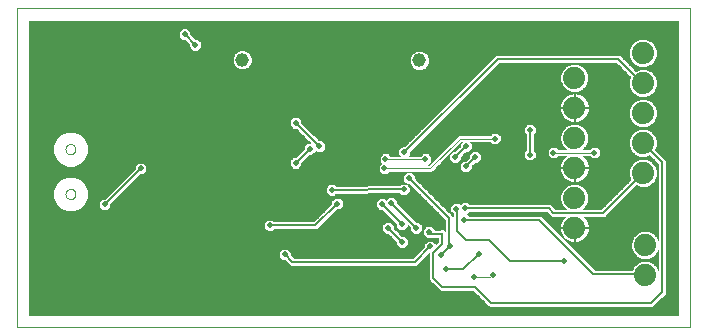
<source format=gbl>
G75*
G70*
%OFA0B0*%
%FSLAX24Y24*%
%IPPOS*%
%LPD*%
%AMOC8*
5,1,8,0,0,1.08239X$1,22.5*
%
%ADD10C,0.0000*%
%ADD11C,0.0455*%
%ADD12C,0.0740*%
%ADD13C,0.0030*%
%ADD14C,0.0079*%
%ADD15C,0.0200*%
%ADD16C,0.0039*%
D10*
X001213Y000274D02*
X001213Y010904D01*
X023654Y010904D01*
X023654Y000274D01*
X001213Y000274D01*
X002834Y004707D02*
X002836Y004732D01*
X002842Y004757D01*
X002851Y004781D01*
X002864Y004803D01*
X002881Y004823D01*
X002900Y004840D01*
X002921Y004854D01*
X002945Y004864D01*
X002969Y004871D01*
X002995Y004874D01*
X003020Y004873D01*
X003045Y004868D01*
X003069Y004859D01*
X003092Y004847D01*
X003112Y004832D01*
X003130Y004813D01*
X003145Y004792D01*
X003156Y004769D01*
X003164Y004745D01*
X003168Y004720D01*
X003168Y004694D01*
X003164Y004669D01*
X003156Y004645D01*
X003145Y004622D01*
X003130Y004601D01*
X003112Y004582D01*
X003092Y004567D01*
X003069Y004555D01*
X003045Y004546D01*
X003020Y004541D01*
X002995Y004540D01*
X002969Y004543D01*
X002945Y004550D01*
X002921Y004560D01*
X002900Y004574D01*
X002881Y004591D01*
X002864Y004611D01*
X002851Y004633D01*
X002842Y004657D01*
X002836Y004682D01*
X002834Y004707D01*
X002834Y006203D02*
X002836Y006228D01*
X002842Y006253D01*
X002851Y006277D01*
X002864Y006299D01*
X002881Y006319D01*
X002900Y006336D01*
X002921Y006350D01*
X002945Y006360D01*
X002969Y006367D01*
X002995Y006370D01*
X003020Y006369D01*
X003045Y006364D01*
X003069Y006355D01*
X003092Y006343D01*
X003112Y006328D01*
X003130Y006309D01*
X003145Y006288D01*
X003156Y006265D01*
X003164Y006241D01*
X003168Y006216D01*
X003168Y006190D01*
X003164Y006165D01*
X003156Y006141D01*
X003145Y006118D01*
X003130Y006097D01*
X003112Y006078D01*
X003092Y006063D01*
X003069Y006051D01*
X003045Y006042D01*
X003020Y006037D01*
X002995Y006036D01*
X002969Y006039D01*
X002945Y006046D01*
X002921Y006056D01*
X002900Y006070D01*
X002881Y006087D01*
X002864Y006107D01*
X002851Y006129D01*
X002842Y006153D01*
X002836Y006178D01*
X002834Y006203D01*
D11*
X008725Y009181D03*
X014632Y009162D03*
D12*
X019796Y008581D03*
X019796Y007581D03*
X019796Y006581D03*
X019796Y005581D03*
X019796Y004581D03*
X019796Y003581D03*
X022158Y003006D03*
X022158Y002006D03*
X022080Y005408D03*
X022080Y006408D03*
X022080Y007408D03*
X022080Y008408D03*
X022080Y009408D03*
D13*
X022506Y009223D02*
X023239Y009223D01*
X023239Y009195D02*
X022494Y009195D01*
X022483Y009166D02*
X023239Y009166D01*
X023239Y009138D02*
X022467Y009138D01*
X022474Y009145D02*
X022545Y009316D01*
X022545Y009501D01*
X022474Y009671D01*
X022343Y009802D01*
X022172Y009873D01*
X021987Y009873D01*
X021816Y009802D01*
X021685Y009671D01*
X021615Y009501D01*
X021615Y009316D01*
X021685Y009145D01*
X021816Y009014D01*
X021987Y008943D01*
X022172Y008943D01*
X022343Y009014D01*
X022474Y009145D01*
X022438Y009109D02*
X023239Y009109D01*
X023239Y009081D02*
X022410Y009081D01*
X022381Y009052D02*
X023239Y009052D01*
X023239Y009024D02*
X022353Y009024D01*
X022298Y008995D02*
X023239Y008995D01*
X023239Y008967D02*
X022229Y008967D01*
X022172Y008873D02*
X021987Y008873D01*
X021841Y008813D01*
X021308Y009346D01*
X017181Y009346D01*
X017103Y009267D01*
X014132Y006296D01*
X014046Y006296D01*
X013932Y006182D01*
X013932Y006020D01*
X013973Y005979D01*
X013658Y005979D01*
X013578Y006060D01*
X013416Y006060D01*
X013302Y005946D01*
X010894Y005946D01*
X010922Y005974D02*
X013331Y005974D01*
X013359Y006003D02*
X010951Y006003D01*
X010972Y006024D02*
X010700Y005752D01*
X010700Y005666D01*
X010585Y005552D01*
X010424Y005552D01*
X010310Y005666D01*
X010310Y005827D01*
X010424Y005942D01*
X010510Y005942D01*
X010782Y006214D01*
X010782Y006300D01*
X010896Y006414D01*
X010986Y006414D01*
X010510Y006890D01*
X010424Y006890D01*
X010310Y007004D01*
X010310Y007166D01*
X010424Y007280D01*
X010585Y007280D01*
X010700Y007166D01*
X010700Y007080D01*
X011287Y006493D01*
X011373Y006493D01*
X011487Y006379D01*
X011487Y006217D01*
X011373Y006103D01*
X011211Y006103D01*
X011172Y006142D01*
X011172Y006138D01*
X011058Y006024D01*
X010972Y006024D01*
X011065Y006031D02*
X013388Y006031D01*
X013302Y005946D02*
X013302Y005784D01*
X013359Y005727D01*
X013272Y005640D01*
X013272Y005479D01*
X013387Y005365D01*
X013548Y005365D01*
X013628Y005445D01*
X015040Y005445D01*
X016035Y006439D01*
X016039Y006439D01*
X015979Y006379D01*
X015979Y006293D01*
X015825Y006138D01*
X015739Y006138D01*
X015625Y006024D01*
X015625Y005863D01*
X015739Y005748D01*
X015900Y005748D01*
X016015Y005863D01*
X016015Y005948D01*
X016169Y006103D01*
X016255Y006103D01*
X016369Y006217D01*
X016369Y006379D01*
X016309Y006439D01*
X016987Y006439D01*
X017068Y006359D01*
X017229Y006359D01*
X017343Y006473D01*
X017343Y006634D01*
X017229Y006749D01*
X017068Y006749D01*
X016987Y006668D01*
X015940Y006668D01*
X015872Y006601D01*
X014945Y005674D01*
X014921Y005674D01*
X015030Y005784D01*
X015030Y005946D01*
X015217Y005946D01*
X015245Y005974D02*
X015002Y005974D01*
X015030Y005946D02*
X014916Y006060D01*
X014755Y006060D01*
X014674Y005979D01*
X014281Y005979D01*
X014322Y006020D01*
X014322Y006106D01*
X017293Y009077D01*
X021197Y009077D01*
X021661Y008613D01*
X021615Y008501D01*
X021615Y008316D01*
X021685Y008145D01*
X021816Y008014D01*
X021987Y007943D01*
X022172Y007943D01*
X022343Y008014D01*
X022474Y008145D01*
X022545Y008316D01*
X022545Y008501D01*
X022474Y008671D01*
X022343Y008802D01*
X022172Y008873D01*
X022221Y008853D02*
X023239Y008853D01*
X023239Y008881D02*
X021773Y008881D01*
X021801Y008853D02*
X021938Y008853D01*
X021869Y008824D02*
X021830Y008824D01*
X021744Y008910D02*
X023239Y008910D01*
X023239Y008938D02*
X021716Y008938D01*
X021687Y008967D02*
X021930Y008967D01*
X021861Y008995D02*
X021659Y008995D01*
X021630Y009024D02*
X021806Y009024D01*
X021778Y009052D02*
X021602Y009052D01*
X021573Y009081D02*
X021749Y009081D01*
X021721Y009109D02*
X021545Y009109D01*
X021516Y009138D02*
X021692Y009138D01*
X021676Y009166D02*
X021488Y009166D01*
X021459Y009195D02*
X021665Y009195D01*
X021653Y009223D02*
X021431Y009223D01*
X021402Y009252D02*
X021641Y009252D01*
X021629Y009280D02*
X021374Y009280D01*
X021345Y009309D02*
X021617Y009309D01*
X021615Y009337D02*
X021317Y009337D01*
X021615Y009366D02*
X014884Y009366D01*
X014906Y009345D02*
X014815Y009435D01*
X014697Y009484D01*
X014568Y009484D01*
X014450Y009435D01*
X014359Y009345D01*
X014310Y009226D01*
X014310Y009098D01*
X014359Y008979D01*
X014450Y008889D01*
X014568Y008840D01*
X014697Y008840D01*
X014815Y008889D01*
X014906Y008979D01*
X014955Y009098D01*
X014955Y009226D01*
X014906Y009345D01*
X014909Y009337D02*
X017173Y009337D01*
X017145Y009309D02*
X014920Y009309D01*
X014932Y009280D02*
X017116Y009280D01*
X017088Y009252D02*
X014944Y009252D01*
X014955Y009223D02*
X017059Y009223D01*
X017031Y009195D02*
X014955Y009195D01*
X014955Y009166D02*
X017002Y009166D01*
X016974Y009138D02*
X014955Y009138D01*
X014955Y009109D02*
X016945Y009109D01*
X016917Y009081D02*
X014948Y009081D01*
X014936Y009052D02*
X016888Y009052D01*
X016860Y009024D02*
X014924Y009024D01*
X014912Y008995D02*
X016831Y008995D01*
X016803Y008967D02*
X014893Y008967D01*
X014865Y008938D02*
X016774Y008938D01*
X016746Y008910D02*
X014836Y008910D01*
X014797Y008881D02*
X016717Y008881D01*
X016689Y008853D02*
X014728Y008853D01*
X014537Y008853D02*
X001628Y008853D01*
X001628Y008881D02*
X008607Y008881D01*
X008661Y008859D02*
X008789Y008859D01*
X008907Y008908D01*
X008998Y008999D01*
X009047Y009117D01*
X009047Y009245D01*
X008998Y009364D01*
X008907Y009455D01*
X008789Y009504D01*
X008661Y009504D01*
X008542Y009455D01*
X008451Y009364D01*
X008402Y009245D01*
X008402Y009117D01*
X008451Y008999D01*
X008542Y008908D01*
X008661Y008859D01*
X008540Y008910D02*
X001628Y008910D01*
X001628Y008938D02*
X008512Y008938D01*
X008483Y008967D02*
X001628Y008967D01*
X001628Y008995D02*
X008455Y008995D01*
X008441Y009024D02*
X001628Y009024D01*
X001628Y009052D02*
X008429Y009052D01*
X008417Y009081D02*
X001628Y009081D01*
X001628Y009109D02*
X008406Y009109D01*
X008402Y009138D02*
X001628Y009138D01*
X001628Y009166D02*
X008402Y009166D01*
X008402Y009195D02*
X001628Y009195D01*
X001628Y009223D02*
X008402Y009223D01*
X008405Y009252D02*
X001628Y009252D01*
X001628Y009280D02*
X008417Y009280D01*
X008429Y009309D02*
X001628Y009309D01*
X001628Y009337D02*
X008440Y009337D01*
X008453Y009366D02*
X001628Y009366D01*
X001628Y009394D02*
X008482Y009394D01*
X008510Y009423D02*
X001628Y009423D01*
X001628Y009451D02*
X008539Y009451D01*
X008603Y009480D02*
X001628Y009480D01*
X001628Y009508D02*
X007058Y009508D01*
X007077Y009489D02*
X007239Y009489D01*
X007353Y009603D01*
X007353Y009764D01*
X007239Y009879D01*
X007153Y009879D01*
X023239Y009879D01*
X023239Y009907D02*
X007125Y009907D01*
X007153Y009879D02*
X006999Y010033D01*
X006999Y010119D01*
X006885Y010233D01*
X006723Y010233D01*
X006609Y010119D01*
X006609Y009957D01*
X006723Y009843D01*
X006809Y009843D01*
X006963Y009689D01*
X006963Y009603D01*
X007077Y009489D01*
X007029Y009537D02*
X001628Y009537D01*
X001628Y009565D02*
X007001Y009565D01*
X006972Y009594D02*
X001628Y009594D01*
X001628Y009622D02*
X006963Y009622D01*
X006963Y009651D02*
X001628Y009651D01*
X001628Y009679D02*
X006963Y009679D01*
X006944Y009708D02*
X001628Y009708D01*
X001628Y009736D02*
X006916Y009736D01*
X006887Y009765D02*
X001628Y009765D01*
X001628Y009793D02*
X006859Y009793D01*
X006830Y009822D02*
X001628Y009822D01*
X001628Y009850D02*
X006716Y009850D01*
X006687Y009879D02*
X001628Y009879D01*
X001628Y009907D02*
X006659Y009907D01*
X006630Y009936D02*
X001628Y009936D01*
X001628Y009964D02*
X006609Y009964D01*
X006609Y009993D02*
X001628Y009993D01*
X001628Y010021D02*
X006609Y010021D01*
X006609Y010050D02*
X001628Y010050D01*
X001628Y010078D02*
X006609Y010078D01*
X006609Y010107D02*
X001628Y010107D01*
X001628Y010135D02*
X006625Y010135D01*
X006654Y010164D02*
X001628Y010164D01*
X001628Y010192D02*
X006682Y010192D01*
X006711Y010221D02*
X001628Y010221D01*
X001628Y010249D02*
X023239Y010249D01*
X023239Y010221D02*
X006897Y010221D01*
X006925Y010192D02*
X023239Y010192D01*
X023239Y010164D02*
X006954Y010164D01*
X006982Y010135D02*
X023239Y010135D01*
X023239Y010107D02*
X006999Y010107D01*
X006999Y010078D02*
X023239Y010078D01*
X023239Y010050D02*
X006999Y010050D01*
X007011Y010021D02*
X023239Y010021D01*
X023239Y009993D02*
X007039Y009993D01*
X007068Y009964D02*
X023239Y009964D01*
X023239Y009936D02*
X007096Y009936D01*
X007267Y009850D02*
X021932Y009850D01*
X021863Y009822D02*
X007296Y009822D01*
X007324Y009793D02*
X021807Y009793D01*
X021779Y009765D02*
X007353Y009765D01*
X007353Y009736D02*
X021750Y009736D01*
X021722Y009708D02*
X007353Y009708D01*
X007353Y009679D02*
X021693Y009679D01*
X021677Y009651D02*
X007353Y009651D01*
X007353Y009622D02*
X021665Y009622D01*
X021653Y009594D02*
X007344Y009594D01*
X007316Y009565D02*
X021641Y009565D01*
X021630Y009537D02*
X007287Y009537D01*
X007259Y009508D02*
X021618Y009508D01*
X021615Y009480D02*
X014707Y009480D01*
X014776Y009451D02*
X021615Y009451D01*
X021615Y009423D02*
X014827Y009423D01*
X014856Y009394D02*
X021615Y009394D01*
X021250Y009024D02*
X019943Y009024D01*
X019889Y009046D02*
X019704Y009046D01*
X019533Y008975D01*
X019402Y008845D01*
X019331Y008674D01*
X019331Y008489D01*
X019402Y008318D01*
X019533Y008187D01*
X019704Y008116D01*
X019889Y008116D01*
X020059Y008187D01*
X020190Y008318D01*
X020261Y008489D01*
X020261Y008674D01*
X020190Y008845D01*
X020059Y008975D01*
X019889Y009046D01*
X020012Y008995D02*
X021279Y008995D01*
X021307Y008967D02*
X020068Y008967D01*
X020097Y008938D02*
X021336Y008938D01*
X021364Y008910D02*
X020125Y008910D01*
X020154Y008881D02*
X021393Y008881D01*
X021421Y008853D02*
X020182Y008853D01*
X020199Y008824D02*
X021450Y008824D01*
X021478Y008796D02*
X020211Y008796D01*
X020222Y008767D02*
X021507Y008767D01*
X021535Y008739D02*
X020234Y008739D01*
X020246Y008710D02*
X021564Y008710D01*
X021592Y008682D02*
X020258Y008682D01*
X020261Y008653D02*
X021621Y008653D01*
X021649Y008625D02*
X020261Y008625D01*
X020261Y008596D02*
X021654Y008596D01*
X021642Y008568D02*
X020261Y008568D01*
X020261Y008539D02*
X021631Y008539D01*
X021619Y008511D02*
X020261Y008511D01*
X020258Y008482D02*
X021615Y008482D01*
X021615Y008454D02*
X020247Y008454D01*
X020235Y008425D02*
X021615Y008425D01*
X021615Y008397D02*
X020223Y008397D01*
X020211Y008368D02*
X021615Y008368D01*
X021615Y008340D02*
X020199Y008340D01*
X020184Y008311D02*
X021616Y008311D01*
X021628Y008283D02*
X020155Y008283D01*
X020127Y008254D02*
X021640Y008254D01*
X021652Y008226D02*
X020098Y008226D01*
X020070Y008197D02*
X021664Y008197D01*
X021675Y008169D02*
X020015Y008169D01*
X019946Y008140D02*
X021690Y008140D01*
X021718Y008112D02*
X016328Y008112D01*
X016356Y008140D02*
X019646Y008140D01*
X019577Y008169D02*
X016385Y008169D01*
X016413Y008197D02*
X019522Y008197D01*
X019494Y008226D02*
X016442Y008226D01*
X016470Y008254D02*
X019465Y008254D01*
X019437Y008283D02*
X016499Y008283D01*
X016527Y008311D02*
X019408Y008311D01*
X019393Y008340D02*
X016556Y008340D01*
X016584Y008368D02*
X019381Y008368D01*
X019369Y008397D02*
X016613Y008397D01*
X016641Y008425D02*
X019357Y008425D01*
X019346Y008454D02*
X016670Y008454D01*
X016698Y008482D02*
X019334Y008482D01*
X019331Y008511D02*
X016727Y008511D01*
X016755Y008539D02*
X019331Y008539D01*
X019331Y008568D02*
X016784Y008568D01*
X016812Y008596D02*
X019331Y008596D01*
X019331Y008625D02*
X016841Y008625D01*
X016869Y008653D02*
X019331Y008653D01*
X019334Y008682D02*
X016898Y008682D01*
X016926Y008710D02*
X019346Y008710D01*
X019358Y008739D02*
X016955Y008739D01*
X016983Y008767D02*
X019370Y008767D01*
X019382Y008796D02*
X017012Y008796D01*
X017040Y008824D02*
X019393Y008824D01*
X019410Y008853D02*
X017069Y008853D01*
X017097Y008881D02*
X019438Y008881D01*
X019467Y008910D02*
X017126Y008910D01*
X017154Y008938D02*
X019495Y008938D01*
X019524Y008967D02*
X017183Y008967D01*
X017211Y008995D02*
X019580Y008995D01*
X019649Y009024D02*
X017240Y009024D01*
X017268Y009052D02*
X021222Y009052D01*
X022290Y008824D02*
X023239Y008824D01*
X023239Y008796D02*
X022349Y008796D01*
X022378Y008767D02*
X023239Y008767D01*
X023239Y008739D02*
X022406Y008739D01*
X022435Y008710D02*
X023239Y008710D01*
X023239Y008682D02*
X022463Y008682D01*
X022481Y008653D02*
X023239Y008653D01*
X023239Y008625D02*
X022493Y008625D01*
X022505Y008596D02*
X023239Y008596D01*
X023239Y008568D02*
X022517Y008568D01*
X022528Y008539D02*
X023239Y008539D01*
X023239Y008511D02*
X022540Y008511D01*
X022545Y008482D02*
X023239Y008482D01*
X023239Y008454D02*
X022545Y008454D01*
X022545Y008425D02*
X023239Y008425D01*
X023239Y008397D02*
X022545Y008397D01*
X022545Y008368D02*
X023239Y008368D01*
X023239Y008340D02*
X022545Y008340D01*
X022543Y008311D02*
X023239Y008311D01*
X023239Y008283D02*
X022531Y008283D01*
X022519Y008254D02*
X023239Y008254D01*
X023239Y008226D02*
X022507Y008226D01*
X022496Y008197D02*
X023239Y008197D01*
X023239Y008169D02*
X022484Y008169D01*
X022469Y008140D02*
X023239Y008140D01*
X023239Y008112D02*
X022441Y008112D01*
X022412Y008083D02*
X023239Y008083D01*
X023239Y008055D02*
X022384Y008055D01*
X022355Y008026D02*
X023239Y008026D01*
X023239Y007998D02*
X022304Y007998D01*
X022235Y007969D02*
X023239Y007969D01*
X023239Y007941D02*
X020122Y007941D01*
X020112Y007951D02*
X020050Y007996D01*
X019982Y008031D01*
X019910Y008054D01*
X019834Y008066D01*
X019811Y008066D01*
X019811Y007596D01*
X020281Y007596D01*
X020281Y007619D01*
X020269Y007695D01*
X020246Y007767D01*
X020211Y007835D01*
X020166Y007897D01*
X020112Y007951D01*
X020087Y007969D02*
X021924Y007969D01*
X021855Y007998D02*
X020047Y007998D01*
X019991Y008026D02*
X021804Y008026D01*
X021775Y008055D02*
X019907Y008055D01*
X019811Y008055D02*
X019781Y008055D01*
X019781Y008066D02*
X019758Y008066D01*
X019682Y008054D01*
X019610Y008031D01*
X019542Y007996D01*
X019480Y007951D01*
X019426Y007897D01*
X019381Y007835D01*
X019347Y007767D01*
X019323Y007695D01*
X019311Y007619D01*
X019311Y007596D01*
X019781Y007596D01*
X019781Y007566D01*
X019811Y007566D01*
X019811Y007096D01*
X019834Y007096D01*
X019910Y007108D01*
X019982Y007132D01*
X020050Y007166D01*
X020112Y007211D01*
X020166Y007265D01*
X020211Y007327D01*
X020246Y007395D01*
X020269Y007468D01*
X020281Y007543D01*
X020281Y007566D01*
X019811Y007566D01*
X019811Y007596D01*
X019781Y007596D01*
X019781Y008066D01*
X019781Y008026D02*
X019811Y008026D01*
X019811Y007998D02*
X019781Y007998D01*
X019781Y007969D02*
X019811Y007969D01*
X019811Y007941D02*
X019781Y007941D01*
X019781Y007912D02*
X019811Y007912D01*
X019811Y007884D02*
X019781Y007884D01*
X019781Y007855D02*
X019811Y007855D01*
X019811Y007827D02*
X019781Y007827D01*
X019781Y007798D02*
X019811Y007798D01*
X019811Y007770D02*
X019781Y007770D01*
X019781Y007741D02*
X019811Y007741D01*
X019811Y007713D02*
X019781Y007713D01*
X019781Y007684D02*
X019811Y007684D01*
X019811Y007656D02*
X019781Y007656D01*
X019781Y007627D02*
X019811Y007627D01*
X019811Y007599D02*
X019781Y007599D01*
X019781Y007570D02*
X015786Y007570D01*
X015758Y007542D02*
X019311Y007542D01*
X019311Y007543D02*
X019323Y007468D01*
X019347Y007395D01*
X019381Y007327D01*
X019426Y007265D01*
X019480Y007211D01*
X019542Y007166D01*
X019610Y007132D01*
X019682Y007108D01*
X019758Y007096D01*
X019781Y007096D01*
X019781Y007566D01*
X019311Y007566D01*
X019311Y007543D01*
X019316Y007513D02*
X015729Y007513D01*
X015701Y007485D02*
X019320Y007485D01*
X019327Y007456D02*
X015672Y007456D01*
X015644Y007428D02*
X019336Y007428D01*
X019345Y007399D02*
X015615Y007399D01*
X015587Y007371D02*
X019359Y007371D01*
X019374Y007342D02*
X015558Y007342D01*
X015530Y007314D02*
X019391Y007314D01*
X019412Y007285D02*
X015501Y007285D01*
X015473Y007257D02*
X019435Y007257D01*
X019463Y007228D02*
X015444Y007228D01*
X015416Y007200D02*
X019496Y007200D01*
X019535Y007171D02*
X015387Y007171D01*
X015359Y007143D02*
X019588Y007143D01*
X019664Y007114D02*
X015330Y007114D01*
X015302Y007086D02*
X021744Y007086D01*
X021716Y007114D02*
X019928Y007114D01*
X019889Y007046D02*
X019704Y007046D01*
X019533Y006975D01*
X019402Y006845D01*
X019331Y006674D01*
X019331Y006489D01*
X019402Y006318D01*
X019514Y006206D01*
X019258Y006206D01*
X019178Y006286D01*
X019016Y006286D01*
X018902Y006172D01*
X018902Y006010D01*
X019016Y005896D01*
X019178Y005896D01*
X019258Y005976D01*
X019515Y005976D01*
X019480Y005951D01*
X019426Y005897D01*
X019381Y005835D01*
X019347Y005767D01*
X019323Y005695D01*
X019311Y005619D01*
X019311Y005596D01*
X019781Y005596D01*
X019781Y005566D01*
X019811Y005566D01*
X019811Y005096D01*
X019834Y005096D01*
X019910Y005108D01*
X019982Y005132D01*
X020050Y005166D01*
X020112Y005211D01*
X020166Y005265D01*
X020211Y005327D01*
X020246Y005395D01*
X020269Y005468D01*
X020281Y005543D01*
X020281Y005566D01*
X019811Y005566D01*
X019811Y005596D01*
X020281Y005596D01*
X020281Y005619D01*
X020269Y005695D01*
X020246Y005767D01*
X020211Y005835D01*
X020166Y005897D01*
X020112Y005951D01*
X020077Y005976D01*
X020304Y005976D01*
X020385Y005896D01*
X020546Y005896D01*
X020660Y006010D01*
X020660Y006172D01*
X020546Y006286D01*
X020385Y006286D01*
X020304Y006206D01*
X020078Y006206D01*
X020190Y006318D01*
X020261Y006489D01*
X020261Y006674D01*
X020190Y006845D01*
X020059Y006975D01*
X019889Y007046D01*
X019931Y007029D02*
X021801Y007029D01*
X021816Y007014D02*
X021987Y006943D01*
X022172Y006943D01*
X022343Y007014D01*
X022474Y007145D01*
X022545Y007316D01*
X022545Y007501D01*
X022474Y007671D01*
X022343Y007802D01*
X022172Y007873D01*
X021987Y007873D01*
X021816Y007802D01*
X021685Y007671D01*
X021615Y007501D01*
X021615Y007316D01*
X021685Y007145D01*
X021816Y007014D01*
X021849Y007000D02*
X020000Y007000D01*
X020063Y006972D02*
X021918Y006972D01*
X021987Y006943D02*
X020092Y006943D01*
X020120Y006915D02*
X023239Y006915D01*
X023239Y006943D02*
X022173Y006943D01*
X022172Y006873D02*
X021987Y006873D01*
X021816Y006802D01*
X021685Y006671D01*
X021615Y006501D01*
X021615Y006316D01*
X020189Y006316D01*
X020201Y006345D02*
X021615Y006345D01*
X021615Y006373D02*
X020213Y006373D01*
X020225Y006402D02*
X021615Y006402D01*
X021615Y006430D02*
X020237Y006430D01*
X020249Y006459D02*
X021615Y006459D01*
X021615Y006487D02*
X020260Y006487D01*
X020261Y006516D02*
X021621Y006516D01*
X021633Y006544D02*
X020261Y006544D01*
X020261Y006573D02*
X021644Y006573D01*
X021656Y006601D02*
X020261Y006601D01*
X020261Y006630D02*
X021668Y006630D01*
X021680Y006658D02*
X020261Y006658D01*
X020256Y006687D02*
X021701Y006687D01*
X021729Y006715D02*
X020244Y006715D01*
X020232Y006744D02*
X021758Y006744D01*
X021786Y006772D02*
X020220Y006772D01*
X020208Y006801D02*
X021815Y006801D01*
X021881Y006829D02*
X020197Y006829D01*
X020177Y006858D02*
X021950Y006858D01*
X022172Y006873D02*
X022343Y006802D01*
X022474Y006671D01*
X022545Y006501D01*
X022545Y006316D01*
X023239Y006316D01*
X023239Y006288D02*
X022533Y006288D01*
X022545Y006316D02*
X022491Y006187D01*
X022785Y005893D01*
X022864Y005814D01*
X022864Y001390D01*
X022785Y001311D01*
X022785Y001311D01*
X022499Y001026D01*
X022499Y001026D01*
X022421Y000947D01*
X016955Y000947D01*
X016433Y001469D01*
X015341Y001469D01*
X015026Y001784D01*
X014947Y001862D01*
X014947Y002735D01*
X014527Y002315D01*
X010331Y002315D01*
X010252Y002394D01*
X010146Y002500D01*
X010060Y002500D01*
X009946Y002615D01*
X009946Y002776D01*
X010060Y002890D01*
X010221Y002890D01*
X010336Y002776D01*
X010336Y002690D01*
X010442Y002584D01*
X014416Y002584D01*
X014788Y002956D01*
X014788Y003042D01*
X014902Y003156D01*
X015064Y003156D01*
X015178Y003042D01*
X015178Y003031D01*
X015242Y003096D01*
X015124Y003096D01*
X015096Y003124D02*
X015242Y003124D01*
X015242Y003096D02*
X015242Y003250D01*
X015026Y003250D01*
X015024Y003248D01*
X014863Y003248D01*
X014749Y003363D01*
X014749Y003524D01*
X014863Y003638D01*
X015024Y003638D01*
X015139Y003524D01*
X015139Y003519D01*
X015311Y003519D01*
X015321Y003529D01*
X015432Y003529D01*
X015488Y003473D01*
X015488Y003841D01*
X014289Y005040D01*
X014204Y005040D01*
X014302Y004942D01*
X014302Y004780D01*
X014188Y004666D01*
X014026Y004666D01*
X013966Y004726D01*
X011857Y004717D01*
X011796Y004656D01*
X011635Y004656D01*
X011520Y004770D01*
X011520Y004932D01*
X011635Y005046D01*
X011796Y005046D01*
X011856Y004986D01*
X013965Y004995D01*
X014026Y005056D01*
X014187Y005056D01*
X014089Y005154D01*
X014089Y005316D01*
X014203Y005430D01*
X014365Y005430D01*
X014479Y005316D01*
X014479Y005230D01*
X015744Y003965D01*
X015744Y004046D01*
X015742Y004062D01*
X015664Y004140D01*
X015664Y004302D01*
X015778Y004416D01*
X015940Y004416D01*
X015997Y004359D01*
X016064Y004426D01*
X016225Y004426D01*
X016286Y004365D01*
X019005Y004365D01*
X019084Y004287D01*
X019153Y004218D01*
X019502Y004218D01*
X019402Y004318D01*
X019331Y004489D01*
X019331Y004674D01*
X019402Y004845D01*
X019533Y004975D01*
X019704Y005046D01*
X019889Y005046D01*
X020059Y004975D01*
X020190Y004845D01*
X020261Y004674D01*
X020261Y004489D01*
X020190Y004318D01*
X020090Y004218D01*
X020699Y004218D01*
X021668Y005187D01*
X021615Y005316D01*
X021615Y005501D01*
X021685Y005671D01*
X021816Y005802D01*
X021987Y005873D01*
X022172Y005873D01*
X022343Y005802D01*
X022474Y005671D01*
X022545Y005501D01*
X022545Y005316D01*
X022474Y005145D01*
X022343Y005014D01*
X022172Y004943D01*
X021987Y004943D01*
X021858Y004996D01*
X020889Y004028D01*
X020810Y003949D01*
X020114Y003949D01*
X020166Y003897D01*
X020211Y003835D01*
X020246Y003767D01*
X020269Y003695D01*
X020281Y003619D01*
X020281Y003596D01*
X019811Y003596D01*
X019811Y003566D01*
X019811Y003096D01*
X019834Y003096D01*
X019910Y003108D01*
X019982Y003132D01*
X020050Y003166D01*
X020112Y003211D01*
X020166Y003265D01*
X020211Y003327D01*
X020246Y003395D01*
X020269Y003468D01*
X020281Y003543D01*
X020281Y003566D01*
X019811Y003566D01*
X019781Y003566D01*
X019781Y003096D01*
X019758Y003096D01*
X019682Y003108D01*
X019610Y003132D01*
X019542Y003166D01*
X019480Y003211D01*
X019426Y003265D01*
X019381Y003327D01*
X019347Y003395D01*
X019323Y003468D01*
X019311Y003543D01*
X019311Y003566D01*
X019781Y003566D01*
X019781Y003596D01*
X019311Y003596D01*
X019311Y003619D01*
X019323Y003695D01*
X019347Y003767D01*
X019381Y003835D01*
X019426Y003897D01*
X019478Y003949D01*
X019042Y003949D01*
X018894Y004097D01*
X016286Y004097D01*
X016228Y004039D01*
X016276Y003991D01*
X018671Y003991D01*
X020482Y002180D01*
X021727Y002180D01*
X021764Y002270D01*
X021895Y002401D01*
X022066Y002471D01*
X022251Y002471D01*
X022422Y002401D01*
X022552Y002270D01*
X022595Y002168D01*
X022595Y002845D01*
X022552Y002743D01*
X022422Y002612D01*
X022251Y002541D01*
X022066Y002541D01*
X021895Y002612D01*
X021764Y002743D01*
X021693Y002914D01*
X021693Y003099D01*
X021764Y003270D01*
X021895Y003401D01*
X022066Y003471D01*
X022251Y003471D01*
X022422Y003401D01*
X022552Y003270D01*
X022595Y003168D01*
X022595Y005703D01*
X022301Y005996D01*
X022172Y005943D01*
X021987Y005943D01*
X021816Y006014D01*
X021685Y006145D01*
X020660Y006145D01*
X020660Y006117D02*
X021713Y006117D01*
X021685Y006145D02*
X021615Y006316D01*
X021626Y006288D02*
X020160Y006288D01*
X020132Y006259D02*
X020358Y006259D01*
X020329Y006231D02*
X020103Y006231D01*
X020573Y006259D02*
X021638Y006259D01*
X021650Y006231D02*
X020602Y006231D01*
X020630Y006202D02*
X021661Y006202D01*
X021673Y006174D02*
X020659Y006174D01*
X020660Y006088D02*
X021742Y006088D01*
X021770Y006060D02*
X020660Y006060D01*
X020660Y006031D02*
X021799Y006031D01*
X021843Y006003D02*
X020653Y006003D01*
X020624Y005974D02*
X021912Y005974D01*
X021981Y005946D02*
X020596Y005946D01*
X020567Y005917D02*
X022380Y005917D01*
X022352Y005946D02*
X022179Y005946D01*
X022247Y005974D02*
X022323Y005974D01*
X022409Y005889D02*
X020172Y005889D01*
X020193Y005860D02*
X021956Y005860D01*
X021887Y005832D02*
X020213Y005832D01*
X020227Y005803D02*
X021818Y005803D01*
X021789Y005775D02*
X020242Y005775D01*
X020252Y005746D02*
X021760Y005746D01*
X021732Y005718D02*
X020262Y005718D01*
X020270Y005689D02*
X021703Y005689D01*
X021681Y005661D02*
X020275Y005661D01*
X020279Y005632D02*
X021669Y005632D01*
X021657Y005604D02*
X020281Y005604D01*
X020281Y005547D02*
X021634Y005547D01*
X021645Y005575D02*
X019811Y005575D01*
X019811Y005547D02*
X019781Y005547D01*
X019781Y005566D02*
X019781Y005096D01*
X019758Y005096D01*
X019682Y005108D01*
X019610Y005132D01*
X019542Y005166D01*
X019480Y005211D01*
X019426Y005265D01*
X019381Y005327D01*
X019347Y005395D01*
X019323Y005468D01*
X019311Y005543D01*
X019311Y005566D01*
X019781Y005566D01*
X019781Y005575D02*
X016369Y005575D01*
X016369Y005548D02*
X016369Y005633D01*
X016484Y005748D01*
X016570Y005748D01*
X016684Y005863D01*
X016684Y006024D01*
X016570Y006138D01*
X016408Y006138D01*
X016294Y006024D01*
X016294Y005938D01*
X016179Y005824D01*
X016093Y005824D01*
X015979Y005709D01*
X015979Y005548D01*
X016093Y005434D01*
X016255Y005434D01*
X016369Y005548D01*
X016368Y005547D02*
X019311Y005547D01*
X019315Y005518D02*
X016340Y005518D01*
X016311Y005490D02*
X019320Y005490D01*
X019325Y005461D02*
X016283Y005461D01*
X016369Y005604D02*
X019311Y005604D01*
X019313Y005632D02*
X016369Y005632D01*
X016396Y005661D02*
X019318Y005661D01*
X019322Y005689D02*
X016425Y005689D01*
X016453Y005718D02*
X019330Y005718D01*
X019340Y005746D02*
X016482Y005746D01*
X016596Y005775D02*
X019350Y005775D01*
X019365Y005803D02*
X016625Y005803D01*
X016653Y005832D02*
X018225Y005832D01*
X018229Y005827D02*
X018115Y005941D01*
X018115Y006103D01*
X018175Y006164D01*
X018175Y006698D01*
X018115Y006758D01*
X018115Y006920D01*
X018229Y007034D01*
X018391Y007034D01*
X018505Y006920D01*
X018505Y006758D01*
X018444Y006698D01*
X018444Y006164D01*
X018505Y006103D01*
X018505Y005941D01*
X018391Y005827D01*
X018229Y005827D01*
X018196Y005860D02*
X016682Y005860D01*
X016684Y005889D02*
X018168Y005889D01*
X018139Y005917D02*
X016684Y005917D01*
X016684Y005946D02*
X018115Y005946D01*
X018115Y005974D02*
X016684Y005974D01*
X016684Y006003D02*
X018115Y006003D01*
X018115Y006031D02*
X016677Y006031D01*
X016648Y006060D02*
X018115Y006060D01*
X018115Y006088D02*
X016620Y006088D01*
X016591Y006117D02*
X018129Y006117D01*
X018157Y006145D02*
X016297Y006145D01*
X016269Y006117D02*
X016386Y006117D01*
X016358Y006088D02*
X016154Y006088D01*
X016126Y006060D02*
X016329Y006060D01*
X016301Y006031D02*
X016097Y006031D01*
X016069Y006003D02*
X016294Y006003D01*
X016294Y005974D02*
X016040Y005974D01*
X016015Y005946D02*
X016294Y005946D01*
X016273Y005917D02*
X016015Y005917D01*
X016015Y005889D02*
X016244Y005889D01*
X016216Y005860D02*
X016012Y005860D01*
X015984Y005832D02*
X016187Y005832D01*
X016073Y005803D02*
X015955Y005803D01*
X015927Y005775D02*
X016044Y005775D01*
X016016Y005746D02*
X015342Y005746D01*
X015370Y005775D02*
X015713Y005775D01*
X015684Y005803D02*
X015399Y005803D01*
X015427Y005832D02*
X015656Y005832D01*
X015627Y005860D02*
X015456Y005860D01*
X015484Y005889D02*
X015625Y005889D01*
X015625Y005917D02*
X015513Y005917D01*
X015541Y005946D02*
X015625Y005946D01*
X015625Y005974D02*
X015570Y005974D01*
X015598Y006003D02*
X015625Y006003D01*
X015627Y006031D02*
X015632Y006031D01*
X015655Y006060D02*
X015660Y006060D01*
X015684Y006088D02*
X015689Y006088D01*
X015712Y006117D02*
X015717Y006117D01*
X015741Y006145D02*
X015831Y006145D01*
X015860Y006174D02*
X015769Y006174D01*
X015798Y006202D02*
X015888Y006202D01*
X015917Y006231D02*
X015826Y006231D01*
X015855Y006259D02*
X015945Y006259D01*
X015974Y006288D02*
X015883Y006288D01*
X015912Y006316D02*
X015979Y006316D01*
X015979Y006345D02*
X015940Y006345D01*
X015969Y006373D02*
X015979Y006373D01*
X015997Y006402D02*
X016002Y006402D01*
X016026Y006430D02*
X016031Y006430D01*
X015872Y006601D02*
X014817Y006601D01*
X014789Y006573D02*
X015844Y006573D01*
X015815Y006544D02*
X014760Y006544D01*
X014732Y006516D02*
X015787Y006516D01*
X015758Y006487D02*
X014703Y006487D01*
X014675Y006459D02*
X015730Y006459D01*
X015701Y006430D02*
X014646Y006430D01*
X014618Y006402D02*
X015673Y006402D01*
X015644Y006373D02*
X014589Y006373D01*
X014561Y006345D02*
X015616Y006345D01*
X015587Y006316D02*
X014532Y006316D01*
X014504Y006288D02*
X015559Y006288D01*
X015530Y006259D02*
X014475Y006259D01*
X014447Y006231D02*
X015502Y006231D01*
X015473Y006202D02*
X014418Y006202D01*
X014390Y006174D02*
X015445Y006174D01*
X015416Y006145D02*
X014361Y006145D01*
X014333Y006117D02*
X015388Y006117D01*
X015359Y006088D02*
X014322Y006088D01*
X014322Y006060D02*
X015331Y006060D01*
X015302Y006031D02*
X014945Y006031D01*
X014973Y006003D02*
X015274Y006003D01*
X015188Y005917D02*
X015030Y005917D01*
X015030Y005889D02*
X015160Y005889D01*
X015131Y005860D02*
X015030Y005860D01*
X015030Y005832D02*
X015103Y005832D01*
X015074Y005803D02*
X015030Y005803D01*
X015021Y005775D02*
X015046Y005775D01*
X015017Y005746D02*
X014993Y005746D01*
X014989Y005718D02*
X014964Y005718D01*
X014960Y005689D02*
X014936Y005689D01*
X015114Y005518D02*
X016009Y005518D01*
X016037Y005490D02*
X015085Y005490D01*
X015057Y005461D02*
X016066Y005461D01*
X015980Y005547D02*
X015142Y005547D01*
X015171Y005575D02*
X015979Y005575D01*
X015979Y005604D02*
X015199Y005604D01*
X015228Y005632D02*
X015979Y005632D01*
X015979Y005661D02*
X015256Y005661D01*
X015285Y005689D02*
X015979Y005689D01*
X015987Y005718D02*
X015313Y005718D01*
X014726Y006031D02*
X014322Y006031D01*
X014304Y006003D02*
X014698Y006003D01*
X014266Y006430D02*
X011435Y006430D01*
X011407Y006459D02*
X014295Y006459D01*
X014323Y006487D02*
X011378Y006487D01*
X011264Y006516D02*
X014352Y006516D01*
X014380Y006544D02*
X011236Y006544D01*
X011207Y006573D02*
X014409Y006573D01*
X014437Y006601D02*
X011179Y006601D01*
X011150Y006630D02*
X014466Y006630D01*
X014494Y006658D02*
X011122Y006658D01*
X011093Y006687D02*
X014523Y006687D01*
X014551Y006715D02*
X011065Y006715D01*
X011036Y006744D02*
X014580Y006744D01*
X014608Y006772D02*
X011008Y006772D01*
X010979Y006801D02*
X014637Y006801D01*
X014665Y006829D02*
X010951Y006829D01*
X010922Y006858D02*
X014694Y006858D01*
X014722Y006886D02*
X010894Y006886D01*
X010865Y006915D02*
X014751Y006915D01*
X014779Y006943D02*
X010837Y006943D01*
X010808Y006972D02*
X014808Y006972D01*
X014836Y007000D02*
X010780Y007000D01*
X010751Y007029D02*
X014865Y007029D01*
X014893Y007057D02*
X010723Y007057D01*
X010700Y007086D02*
X014922Y007086D01*
X014950Y007114D02*
X010700Y007114D01*
X010700Y007143D02*
X014979Y007143D01*
X015007Y007171D02*
X010694Y007171D01*
X010666Y007200D02*
X015036Y007200D01*
X015064Y007228D02*
X010637Y007228D01*
X010609Y007257D02*
X015093Y007257D01*
X015121Y007285D02*
X001628Y007285D01*
X001628Y007257D02*
X010400Y007257D01*
X010372Y007228D02*
X001628Y007228D01*
X001628Y007200D02*
X010343Y007200D01*
X010315Y007171D02*
X001628Y007171D01*
X001628Y007143D02*
X010310Y007143D01*
X010310Y007114D02*
X001628Y007114D01*
X001628Y007086D02*
X010310Y007086D01*
X010310Y007057D02*
X001628Y007057D01*
X001628Y007029D02*
X010310Y007029D01*
X010314Y007000D02*
X001628Y007000D01*
X001628Y006972D02*
X010342Y006972D01*
X010371Y006943D02*
X001628Y006943D01*
X001628Y006915D02*
X010399Y006915D01*
X010514Y006886D02*
X001628Y006886D01*
X001628Y006858D02*
X010542Y006858D01*
X010571Y006829D02*
X001628Y006829D01*
X001628Y006801D02*
X010599Y006801D01*
X010628Y006772D02*
X003149Y006772D01*
X003117Y006786D02*
X002885Y006786D01*
X002671Y006697D01*
X002507Y006533D01*
X002418Y006319D01*
X002418Y006087D01*
X002507Y005873D01*
X002671Y005710D01*
X002885Y005621D01*
X003117Y005621D01*
X003331Y005710D01*
X003494Y005873D01*
X003583Y006087D01*
X003583Y006319D01*
X003494Y006533D01*
X003331Y006697D01*
X003117Y006786D01*
X003218Y006744D02*
X010656Y006744D01*
X010685Y006715D02*
X003287Y006715D01*
X003341Y006687D02*
X010713Y006687D01*
X010742Y006658D02*
X003369Y006658D01*
X003398Y006630D02*
X010770Y006630D01*
X010799Y006601D02*
X003426Y006601D01*
X003455Y006573D02*
X010827Y006573D01*
X010856Y006544D02*
X003483Y006544D01*
X003502Y006516D02*
X010884Y006516D01*
X010913Y006487D02*
X003513Y006487D01*
X003525Y006459D02*
X010941Y006459D01*
X010970Y006430D02*
X003537Y006430D01*
X003549Y006402D02*
X010884Y006402D01*
X010856Y006373D02*
X003561Y006373D01*
X003573Y006345D02*
X010827Y006345D01*
X010799Y006316D02*
X003583Y006316D01*
X003583Y006288D02*
X010782Y006288D01*
X010782Y006259D02*
X003583Y006259D01*
X003583Y006231D02*
X010782Y006231D01*
X010770Y006202D02*
X003583Y006202D01*
X003583Y006174D02*
X010742Y006174D01*
X010713Y006145D02*
X003583Y006145D01*
X003583Y006117D02*
X010685Y006117D01*
X010656Y006088D02*
X003583Y006088D01*
X003572Y006060D02*
X010628Y006060D01*
X010599Y006031D02*
X003560Y006031D01*
X003548Y006003D02*
X010571Y006003D01*
X010542Y005974D02*
X003536Y005974D01*
X003524Y005946D02*
X010514Y005946D01*
X010400Y005917D02*
X003513Y005917D01*
X003501Y005889D02*
X010371Y005889D01*
X010343Y005860D02*
X003481Y005860D01*
X003453Y005832D02*
X010314Y005832D01*
X010310Y005803D02*
X003424Y005803D01*
X003396Y005775D02*
X010310Y005775D01*
X010310Y005746D02*
X005427Y005746D01*
X005418Y005755D02*
X005257Y005755D01*
X005142Y005640D01*
X005142Y005555D01*
X004142Y004554D01*
X004056Y004554D01*
X003942Y004440D01*
X003942Y004278D01*
X004056Y004164D01*
X004217Y004164D01*
X004332Y004278D01*
X004332Y004364D01*
X005332Y005365D01*
X005418Y005365D01*
X005532Y005479D01*
X005532Y005640D01*
X005418Y005755D01*
X005455Y005718D02*
X010310Y005718D01*
X010310Y005689D02*
X005484Y005689D01*
X005512Y005661D02*
X010315Y005661D01*
X010343Y005632D02*
X005532Y005632D01*
X005532Y005604D02*
X010372Y005604D01*
X010400Y005575D02*
X005532Y005575D01*
X005532Y005547D02*
X013272Y005547D01*
X013272Y005575D02*
X010609Y005575D01*
X010638Y005604D02*
X013272Y005604D01*
X013272Y005632D02*
X010666Y005632D01*
X010695Y005661D02*
X013293Y005661D01*
X013321Y005689D02*
X010700Y005689D01*
X010700Y005718D02*
X013350Y005718D01*
X013340Y005746D02*
X010700Y005746D01*
X010723Y005775D02*
X013311Y005775D01*
X013302Y005803D02*
X010751Y005803D01*
X010780Y005832D02*
X013302Y005832D01*
X013302Y005860D02*
X010808Y005860D01*
X010837Y005889D02*
X013302Y005889D01*
X013302Y005917D02*
X010865Y005917D01*
X011094Y006060D02*
X013932Y006060D01*
X013932Y006088D02*
X011122Y006088D01*
X011151Y006117D02*
X011197Y006117D01*
X011387Y006117D02*
X013932Y006117D01*
X013932Y006145D02*
X011415Y006145D01*
X011444Y006174D02*
X013932Y006174D01*
X013952Y006202D02*
X011472Y006202D01*
X011487Y006231D02*
X013981Y006231D01*
X014009Y006259D02*
X011487Y006259D01*
X011487Y006288D02*
X014038Y006288D01*
X014152Y006316D02*
X011487Y006316D01*
X011487Y006345D02*
X014181Y006345D01*
X014209Y006373D02*
X011487Y006373D01*
X011464Y006402D02*
X014238Y006402D01*
X013932Y006031D02*
X013606Y006031D01*
X013635Y006003D02*
X013949Y006003D01*
X013272Y005518D02*
X005532Y005518D01*
X005532Y005490D02*
X013272Y005490D01*
X013290Y005461D02*
X005515Y005461D01*
X005486Y005433D02*
X013318Y005433D01*
X013347Y005404D02*
X005458Y005404D01*
X005429Y005376D02*
X013375Y005376D01*
X013559Y005376D02*
X014149Y005376D01*
X014121Y005347D02*
X005315Y005347D01*
X005287Y005319D02*
X014092Y005319D01*
X014089Y005290D02*
X005258Y005290D01*
X005230Y005262D02*
X014089Y005262D01*
X014089Y005233D02*
X005201Y005233D01*
X005173Y005205D02*
X014089Y005205D01*
X014089Y005176D02*
X005144Y005176D01*
X005116Y005148D02*
X014096Y005148D01*
X014124Y005119D02*
X005087Y005119D01*
X005059Y005091D02*
X014153Y005091D01*
X014181Y005062D02*
X005030Y005062D01*
X005002Y005034D02*
X011622Y005034D01*
X011594Y005005D02*
X004973Y005005D01*
X004945Y004977D02*
X011565Y004977D01*
X011537Y004948D02*
X004916Y004948D01*
X004888Y004920D02*
X011520Y004920D01*
X011520Y004891D02*
X004859Y004891D01*
X004831Y004863D02*
X011520Y004863D01*
X011520Y004834D02*
X004802Y004834D01*
X004774Y004806D02*
X011520Y004806D01*
X011520Y004777D02*
X004745Y004777D01*
X004717Y004749D02*
X011542Y004749D01*
X011570Y004720D02*
X004688Y004720D01*
X004660Y004692D02*
X011599Y004692D01*
X011627Y004663D02*
X004631Y004663D01*
X004603Y004635D02*
X014694Y004635D01*
X014666Y004663D02*
X011803Y004663D01*
X011832Y004692D02*
X014000Y004692D01*
X013972Y004720D02*
X012599Y004720D01*
X012088Y004469D02*
X012088Y004308D01*
X011973Y004193D01*
X011888Y004193D01*
X011299Y003604D01*
X011220Y003526D01*
X009790Y003526D01*
X009729Y003465D01*
X009568Y003465D01*
X009453Y003579D01*
X009453Y003741D01*
X009568Y003855D01*
X009729Y003855D01*
X009790Y003794D01*
X011109Y003794D01*
X011698Y004383D01*
X011698Y004469D01*
X011812Y004583D01*
X011973Y004583D01*
X012088Y004469D01*
X012088Y004464D02*
X013198Y004464D01*
X013184Y004449D02*
X013184Y004288D01*
X013298Y004174D01*
X013384Y004174D01*
X013853Y003704D01*
X013853Y003619D01*
X013967Y003504D01*
X014129Y003504D01*
X014243Y003619D01*
X014243Y003669D01*
X014325Y003586D01*
X014325Y003500D01*
X014440Y003386D01*
X014601Y003386D01*
X014715Y003500D01*
X014715Y003662D01*
X014601Y003776D01*
X014515Y003776D01*
X013889Y004403D01*
X013889Y004489D01*
X013774Y004603D01*
X013613Y004603D01*
X013517Y004507D01*
X013460Y004564D01*
X013298Y004564D01*
X013184Y004449D01*
X013184Y004435D02*
X012088Y004435D01*
X012088Y004407D02*
X013184Y004407D01*
X013184Y004378D02*
X012088Y004378D01*
X012088Y004350D02*
X013184Y004350D01*
X013184Y004321D02*
X012088Y004321D01*
X012073Y004293D02*
X013184Y004293D01*
X013207Y004264D02*
X012044Y004264D01*
X012016Y004236D02*
X013236Y004236D01*
X013264Y004207D02*
X011987Y004207D01*
X011873Y004179D02*
X013293Y004179D01*
X013407Y004150D02*
X011844Y004150D01*
X011816Y004122D02*
X013436Y004122D01*
X013464Y004093D02*
X011787Y004093D01*
X011759Y004065D02*
X013493Y004065D01*
X013521Y004036D02*
X011730Y004036D01*
X011702Y004008D02*
X013550Y004008D01*
X013578Y003979D02*
X011673Y003979D01*
X011645Y003951D02*
X013607Y003951D01*
X013635Y003922D02*
X011616Y003922D01*
X011588Y003894D02*
X013664Y003894D01*
X013692Y003865D02*
X011559Y003865D01*
X011531Y003837D02*
X013721Y003837D01*
X013749Y003808D02*
X011502Y003808D01*
X011474Y003780D02*
X013778Y003780D01*
X013806Y003751D02*
X013681Y003751D01*
X013656Y003776D02*
X013495Y003776D01*
X013381Y003662D01*
X013381Y003500D01*
X013495Y003386D01*
X013581Y003386D01*
X013853Y003114D01*
X013853Y003028D01*
X013967Y002914D01*
X014129Y002914D01*
X014243Y003028D01*
X014243Y003190D01*
X014129Y003304D01*
X014043Y003304D01*
X013771Y003576D01*
X013771Y003662D01*
X013656Y003776D01*
X013710Y003723D02*
X013835Y003723D01*
X013853Y003694D02*
X013738Y003694D01*
X013767Y003666D02*
X013853Y003666D01*
X013853Y003637D02*
X013771Y003637D01*
X013771Y003609D02*
X013863Y003609D01*
X013891Y003580D02*
X013771Y003580D01*
X013795Y003552D02*
X013920Y003552D01*
X013948Y003523D02*
X013824Y003523D01*
X013852Y003495D02*
X014331Y003495D01*
X014325Y003523D02*
X014148Y003523D01*
X014176Y003552D02*
X014325Y003552D01*
X014325Y003580D02*
X014205Y003580D01*
X014233Y003609D02*
X014303Y003609D01*
X014275Y003637D02*
X014243Y003637D01*
X014243Y003666D02*
X014246Y003666D01*
X014360Y003466D02*
X013881Y003466D01*
X013909Y003438D02*
X014388Y003438D01*
X014417Y003409D02*
X013938Y003409D01*
X013966Y003381D02*
X014749Y003381D01*
X014749Y003409D02*
X014624Y003409D01*
X014653Y003438D02*
X014749Y003438D01*
X014749Y003466D02*
X014681Y003466D01*
X014710Y003495D02*
X014749Y003495D01*
X014749Y003523D02*
X014715Y003523D01*
X014715Y003552D02*
X014776Y003552D01*
X014805Y003580D02*
X014715Y003580D01*
X014715Y003609D02*
X014833Y003609D01*
X014862Y003637D02*
X014715Y003637D01*
X014712Y003666D02*
X015488Y003666D01*
X015488Y003694D02*
X014683Y003694D01*
X014655Y003723D02*
X015488Y003723D01*
X015488Y003751D02*
X014626Y003751D01*
X014512Y003780D02*
X015488Y003780D01*
X015488Y003808D02*
X014484Y003808D01*
X014455Y003837D02*
X015488Y003837D01*
X015464Y003865D02*
X014427Y003865D01*
X014398Y003894D02*
X015435Y003894D01*
X015407Y003922D02*
X014370Y003922D01*
X014341Y003951D02*
X015378Y003951D01*
X015350Y003979D02*
X014313Y003979D01*
X014284Y004008D02*
X015321Y004008D01*
X015293Y004036D02*
X014256Y004036D01*
X014227Y004065D02*
X015264Y004065D01*
X015236Y004093D02*
X014199Y004093D01*
X014170Y004122D02*
X015207Y004122D01*
X015179Y004150D02*
X014142Y004150D01*
X014113Y004179D02*
X015150Y004179D01*
X015122Y004207D02*
X014085Y004207D01*
X014056Y004236D02*
X015093Y004236D01*
X015065Y004264D02*
X014028Y004264D01*
X013999Y004293D02*
X015036Y004293D01*
X015008Y004321D02*
X013971Y004321D01*
X013942Y004350D02*
X014979Y004350D01*
X014951Y004378D02*
X013914Y004378D01*
X013889Y004407D02*
X014922Y004407D01*
X014894Y004435D02*
X013889Y004435D01*
X013889Y004464D02*
X014865Y004464D01*
X014837Y004492D02*
X013885Y004492D01*
X013857Y004521D02*
X014808Y004521D01*
X014780Y004549D02*
X013828Y004549D01*
X013800Y004578D02*
X014751Y004578D01*
X014723Y004606D02*
X004574Y004606D01*
X004546Y004578D02*
X011806Y004578D01*
X011778Y004549D02*
X004517Y004549D01*
X004489Y004521D02*
X011749Y004521D01*
X011721Y004492D02*
X004460Y004492D01*
X004432Y004464D02*
X011698Y004464D01*
X011698Y004435D02*
X004403Y004435D01*
X004375Y004407D02*
X011698Y004407D01*
X011692Y004378D02*
X004346Y004378D01*
X004332Y004350D02*
X011664Y004350D01*
X011635Y004321D02*
X004332Y004321D01*
X004332Y004293D02*
X011607Y004293D01*
X011578Y004264D02*
X004318Y004264D01*
X004289Y004236D02*
X011550Y004236D01*
X011521Y004207D02*
X004261Y004207D01*
X004232Y004179D02*
X011493Y004179D01*
X011464Y004150D02*
X003178Y004150D01*
X003117Y004125D02*
X003331Y004214D01*
X003494Y004377D01*
X003583Y004591D01*
X003583Y004823D01*
X003494Y005037D01*
X003331Y005201D01*
X003117Y005290D01*
X002885Y005290D01*
X002671Y005201D01*
X002507Y005037D01*
X002418Y004823D01*
X002418Y004591D01*
X002507Y004377D01*
X002671Y004214D01*
X002885Y004125D01*
X003117Y004125D01*
X003246Y004179D02*
X004041Y004179D01*
X004012Y004207D02*
X003315Y004207D01*
X003353Y004236D02*
X003984Y004236D01*
X003955Y004264D02*
X003381Y004264D01*
X003410Y004293D02*
X003942Y004293D01*
X003942Y004321D02*
X003438Y004321D01*
X003467Y004350D02*
X003942Y004350D01*
X003942Y004378D02*
X003495Y004378D01*
X003507Y004407D02*
X003942Y004407D01*
X003942Y004435D02*
X003518Y004435D01*
X003530Y004464D02*
X003966Y004464D01*
X003994Y004492D02*
X003542Y004492D01*
X003554Y004521D02*
X004023Y004521D01*
X004051Y004549D02*
X003566Y004549D01*
X003577Y004578D02*
X004165Y004578D01*
X004194Y004606D02*
X003583Y004606D01*
X003583Y004635D02*
X004222Y004635D01*
X004251Y004663D02*
X003583Y004663D01*
X003583Y004692D02*
X004279Y004692D01*
X004308Y004720D02*
X003583Y004720D01*
X003583Y004749D02*
X004336Y004749D01*
X004365Y004777D02*
X003583Y004777D01*
X003583Y004806D02*
X004393Y004806D01*
X004422Y004834D02*
X003578Y004834D01*
X003567Y004863D02*
X004450Y004863D01*
X004479Y004891D02*
X003555Y004891D01*
X003543Y004920D02*
X004507Y004920D01*
X004536Y004948D02*
X003531Y004948D01*
X003519Y004977D02*
X004564Y004977D01*
X004593Y005005D02*
X003508Y005005D01*
X003496Y005034D02*
X004621Y005034D01*
X004650Y005062D02*
X003469Y005062D01*
X003441Y005091D02*
X004678Y005091D01*
X004707Y005119D02*
X003412Y005119D01*
X003384Y005148D02*
X004735Y005148D01*
X004764Y005176D02*
X003355Y005176D01*
X003321Y005205D02*
X004792Y005205D01*
X004821Y005233D02*
X003253Y005233D01*
X003184Y005262D02*
X004849Y005262D01*
X004878Y005290D02*
X001628Y005290D01*
X001628Y005262D02*
X002818Y005262D01*
X002749Y005233D02*
X001628Y005233D01*
X001628Y005205D02*
X002680Y005205D01*
X002646Y005176D02*
X001628Y005176D01*
X001628Y005148D02*
X002618Y005148D01*
X002589Y005119D02*
X001628Y005119D01*
X001628Y005091D02*
X002561Y005091D01*
X002532Y005062D02*
X001628Y005062D01*
X001628Y005034D02*
X002506Y005034D01*
X002494Y005005D02*
X001628Y005005D01*
X001628Y004977D02*
X002482Y004977D01*
X002470Y004948D02*
X001628Y004948D01*
X001628Y004920D02*
X002458Y004920D01*
X002447Y004891D02*
X001628Y004891D01*
X001628Y004863D02*
X002435Y004863D01*
X002423Y004834D02*
X001628Y004834D01*
X001628Y004806D02*
X002418Y004806D01*
X002418Y004777D02*
X001628Y004777D01*
X001628Y004749D02*
X002418Y004749D01*
X002418Y004720D02*
X001628Y004720D01*
X001628Y004692D02*
X002418Y004692D01*
X002418Y004663D02*
X001628Y004663D01*
X001628Y004635D02*
X002418Y004635D01*
X002418Y004606D02*
X001628Y004606D01*
X001628Y004578D02*
X002424Y004578D01*
X002436Y004549D02*
X001628Y004549D01*
X001628Y004521D02*
X002448Y004521D01*
X002460Y004492D02*
X001628Y004492D01*
X001628Y004464D02*
X002471Y004464D01*
X002483Y004435D02*
X001628Y004435D01*
X001628Y004407D02*
X002495Y004407D01*
X002507Y004378D02*
X001628Y004378D01*
X001628Y004350D02*
X002535Y004350D01*
X002563Y004321D02*
X001628Y004321D01*
X001628Y004293D02*
X002592Y004293D01*
X002620Y004264D02*
X001628Y004264D01*
X001628Y004236D02*
X002649Y004236D01*
X002686Y004207D02*
X001628Y004207D01*
X001628Y004179D02*
X002755Y004179D01*
X002824Y004150D02*
X001628Y004150D01*
X001628Y004122D02*
X011436Y004122D01*
X011407Y004093D02*
X001628Y004093D01*
X001628Y004065D02*
X011379Y004065D01*
X011350Y004036D02*
X001628Y004036D01*
X001628Y004008D02*
X011322Y004008D01*
X011293Y003979D02*
X001628Y003979D01*
X001628Y003951D02*
X011265Y003951D01*
X011236Y003922D02*
X001628Y003922D01*
X001628Y003894D02*
X011208Y003894D01*
X011179Y003865D02*
X001628Y003865D01*
X001628Y003837D02*
X009549Y003837D01*
X009521Y003808D02*
X001628Y003808D01*
X001628Y003780D02*
X009492Y003780D01*
X009464Y003751D02*
X001628Y003751D01*
X001628Y003723D02*
X009453Y003723D01*
X009453Y003694D02*
X001628Y003694D01*
X001628Y003666D02*
X009453Y003666D01*
X009453Y003637D02*
X001628Y003637D01*
X001628Y003609D02*
X009453Y003609D01*
X009453Y003580D02*
X001628Y003580D01*
X001628Y003552D02*
X009481Y003552D01*
X009509Y003523D02*
X001628Y003523D01*
X001628Y003495D02*
X009538Y003495D01*
X009566Y003466D02*
X001628Y003466D01*
X001628Y003438D02*
X013443Y003438D01*
X013415Y003466D02*
X009730Y003466D01*
X009759Y003495D02*
X013386Y003495D01*
X013381Y003523D02*
X009787Y003523D01*
X009776Y003808D02*
X011122Y003808D01*
X011151Y003837D02*
X009747Y003837D01*
X011246Y003552D02*
X013381Y003552D01*
X013381Y003580D02*
X011274Y003580D01*
X011303Y003609D02*
X013381Y003609D01*
X013381Y003637D02*
X011331Y003637D01*
X011360Y003666D02*
X013384Y003666D01*
X013413Y003694D02*
X011388Y003694D01*
X011417Y003723D02*
X013441Y003723D01*
X013470Y003751D02*
X011445Y003751D01*
X012064Y004492D02*
X013227Y004492D01*
X013255Y004521D02*
X012036Y004521D01*
X012007Y004549D02*
X013284Y004549D01*
X013474Y004549D02*
X013559Y004549D01*
X013531Y004521D02*
X013502Y004521D01*
X013588Y004578D02*
X011979Y004578D01*
X011837Y005005D02*
X013976Y005005D01*
X014004Y005034D02*
X011808Y005034D01*
X013588Y005404D02*
X014178Y005404D01*
X014391Y005404D02*
X019344Y005404D01*
X019334Y005433D02*
X013616Y005433D01*
X014210Y005034D02*
X014295Y005034D01*
X014324Y005005D02*
X014238Y005005D01*
X014267Y004977D02*
X014352Y004977D01*
X014381Y004948D02*
X014295Y004948D01*
X014302Y004920D02*
X014409Y004920D01*
X014438Y004891D02*
X014302Y004891D01*
X014302Y004863D02*
X014466Y004863D01*
X014495Y004834D02*
X014302Y004834D01*
X014302Y004806D02*
X014523Y004806D01*
X014552Y004777D02*
X014299Y004777D01*
X014271Y004749D02*
X014580Y004749D01*
X014609Y004720D02*
X014242Y004720D01*
X014214Y004692D02*
X014637Y004692D01*
X014846Y004863D02*
X019420Y004863D01*
X019398Y004834D02*
X014875Y004834D01*
X014903Y004806D02*
X019386Y004806D01*
X019374Y004777D02*
X014932Y004777D01*
X014960Y004749D02*
X019362Y004749D01*
X019350Y004720D02*
X014989Y004720D01*
X015017Y004692D02*
X019339Y004692D01*
X019331Y004663D02*
X015046Y004663D01*
X015074Y004635D02*
X019331Y004635D01*
X019331Y004606D02*
X015103Y004606D01*
X015131Y004578D02*
X019331Y004578D01*
X019331Y004549D02*
X015160Y004549D01*
X015188Y004521D02*
X019331Y004521D01*
X019331Y004492D02*
X015217Y004492D01*
X015245Y004464D02*
X019341Y004464D01*
X019353Y004435D02*
X015274Y004435D01*
X015302Y004407D02*
X015769Y004407D01*
X015740Y004378D02*
X015331Y004378D01*
X015359Y004350D02*
X015712Y004350D01*
X015683Y004321D02*
X015388Y004321D01*
X015416Y004293D02*
X015664Y004293D01*
X015664Y004264D02*
X015445Y004264D01*
X015473Y004236D02*
X015664Y004236D01*
X015664Y004207D02*
X015502Y004207D01*
X015530Y004179D02*
X015664Y004179D01*
X015664Y004150D02*
X015559Y004150D01*
X015587Y004122D02*
X015683Y004122D01*
X015711Y004093D02*
X015616Y004093D01*
X015644Y004065D02*
X015740Y004065D01*
X015744Y004036D02*
X015673Y004036D01*
X015701Y004008D02*
X015744Y004008D01*
X015744Y003979D02*
X015730Y003979D01*
X015488Y003637D02*
X015026Y003637D01*
X015054Y003609D02*
X015488Y003609D01*
X015488Y003580D02*
X015083Y003580D01*
X015111Y003552D02*
X015488Y003552D01*
X015488Y003523D02*
X015438Y003523D01*
X015466Y003495D02*
X015488Y003495D01*
X015316Y003523D02*
X015139Y003523D01*
X014788Y003324D02*
X014023Y003324D01*
X013995Y003352D02*
X014759Y003352D01*
X014816Y003295D02*
X014137Y003295D01*
X014166Y003267D02*
X014845Y003267D01*
X014899Y003153D02*
X014243Y003153D01*
X014243Y003181D02*
X015242Y003181D01*
X015242Y003153D02*
X015067Y003153D01*
X015153Y003067D02*
X015214Y003067D01*
X015186Y003039D02*
X015178Y003039D01*
X015242Y003210D02*
X014223Y003210D01*
X014194Y003238D02*
X015242Y003238D01*
X014870Y003124D02*
X014243Y003124D01*
X014243Y003096D02*
X014842Y003096D01*
X014813Y003067D02*
X014243Y003067D01*
X014243Y003039D02*
X014788Y003039D01*
X014788Y003010D02*
X014225Y003010D01*
X014197Y002982D02*
X014788Y002982D01*
X014785Y002953D02*
X014168Y002953D01*
X014140Y002925D02*
X014757Y002925D01*
X014728Y002896D02*
X001628Y002896D01*
X001628Y002868D02*
X010037Y002868D01*
X010009Y002839D02*
X001628Y002839D01*
X001628Y002811D02*
X009980Y002811D01*
X009952Y002782D02*
X001628Y002782D01*
X001628Y002754D02*
X009946Y002754D01*
X009946Y002725D02*
X001628Y002725D01*
X001628Y002697D02*
X009946Y002697D01*
X009946Y002668D02*
X001628Y002668D01*
X001628Y002640D02*
X009946Y002640D01*
X009949Y002611D02*
X001628Y002611D01*
X001628Y002583D02*
X009978Y002583D01*
X010006Y002554D02*
X001628Y002554D01*
X001628Y002526D02*
X010035Y002526D01*
X010149Y002497D02*
X001628Y002497D01*
X001628Y002469D02*
X010177Y002469D01*
X010206Y002440D02*
X001628Y002440D01*
X001628Y002412D02*
X010234Y002412D01*
X010263Y002383D02*
X001628Y002383D01*
X001628Y002355D02*
X010291Y002355D01*
X010320Y002326D02*
X001628Y002326D01*
X001628Y002298D02*
X014947Y002298D01*
X014947Y002326D02*
X014538Y002326D01*
X014567Y002355D02*
X014947Y002355D01*
X014947Y002383D02*
X014595Y002383D01*
X014624Y002412D02*
X014947Y002412D01*
X014947Y002440D02*
X014652Y002440D01*
X014681Y002469D02*
X014947Y002469D01*
X014947Y002497D02*
X014709Y002497D01*
X014738Y002526D02*
X014947Y002526D01*
X014947Y002554D02*
X014766Y002554D01*
X014795Y002583D02*
X014947Y002583D01*
X014947Y002611D02*
X014823Y002611D01*
X014852Y002640D02*
X014947Y002640D01*
X014947Y002668D02*
X014880Y002668D01*
X014909Y002697D02*
X014947Y002697D01*
X014947Y002725D02*
X014937Y002725D01*
X014700Y002868D02*
X010244Y002868D01*
X010273Y002839D02*
X014671Y002839D01*
X014643Y002811D02*
X010301Y002811D01*
X010330Y002782D02*
X014614Y002782D01*
X014586Y002754D02*
X010336Y002754D01*
X010336Y002725D02*
X014557Y002725D01*
X014529Y002697D02*
X010336Y002697D01*
X010358Y002668D02*
X014500Y002668D01*
X014472Y002640D02*
X010386Y002640D01*
X010415Y002611D02*
X014443Y002611D01*
X013956Y002925D02*
X001628Y002925D01*
X001628Y002953D02*
X013928Y002953D01*
X013899Y002982D02*
X001628Y002982D01*
X001628Y003010D02*
X013871Y003010D01*
X013853Y003039D02*
X001628Y003039D01*
X001628Y003067D02*
X013853Y003067D01*
X013853Y003096D02*
X001628Y003096D01*
X001628Y003124D02*
X013843Y003124D01*
X013814Y003153D02*
X001628Y003153D01*
X001628Y003181D02*
X013786Y003181D01*
X013757Y003210D02*
X001628Y003210D01*
X001628Y003238D02*
X013729Y003238D01*
X013700Y003267D02*
X001628Y003267D01*
X001628Y003295D02*
X013672Y003295D01*
X013643Y003324D02*
X001628Y003324D01*
X001628Y003352D02*
X013615Y003352D01*
X013586Y003381D02*
X001628Y003381D01*
X001628Y003409D02*
X013472Y003409D01*
X014947Y002269D02*
X001628Y002269D01*
X001628Y002241D02*
X014947Y002241D01*
X014947Y002212D02*
X001628Y002212D01*
X001628Y002184D02*
X014947Y002184D01*
X014947Y002155D02*
X001628Y002155D01*
X001628Y002127D02*
X014947Y002127D01*
X014947Y002098D02*
X001628Y002098D01*
X001628Y002070D02*
X014947Y002070D01*
X014947Y002041D02*
X001628Y002041D01*
X001628Y002013D02*
X014947Y002013D01*
X014947Y001984D02*
X001628Y001984D01*
X001628Y001956D02*
X014947Y001956D01*
X014947Y001927D02*
X001628Y001927D01*
X001628Y001899D02*
X014947Y001899D01*
X014947Y001870D02*
X001628Y001870D01*
X001628Y001842D02*
X014968Y001842D01*
X014996Y001813D02*
X001628Y001813D01*
X001628Y001785D02*
X015025Y001785D01*
X015053Y001756D02*
X001628Y001756D01*
X001628Y001728D02*
X015082Y001728D01*
X015110Y001699D02*
X001628Y001699D01*
X001628Y001671D02*
X015139Y001671D01*
X015167Y001642D02*
X001628Y001642D01*
X001628Y001614D02*
X015196Y001614D01*
X015224Y001585D02*
X001628Y001585D01*
X001628Y001557D02*
X015253Y001557D01*
X015281Y001528D02*
X001628Y001528D01*
X001628Y001500D02*
X015310Y001500D01*
X015338Y001471D02*
X001628Y001471D01*
X001628Y001443D02*
X016459Y001443D01*
X016488Y001414D02*
X001628Y001414D01*
X001628Y001386D02*
X016516Y001386D01*
X016545Y001357D02*
X001628Y001357D01*
X001628Y001329D02*
X016573Y001329D01*
X016602Y001300D02*
X001628Y001300D01*
X001628Y001272D02*
X016630Y001272D01*
X016659Y001243D02*
X001628Y001243D01*
X001628Y001215D02*
X016687Y001215D01*
X016716Y001186D02*
X001628Y001186D01*
X001628Y001158D02*
X016744Y001158D01*
X016773Y001129D02*
X001628Y001129D01*
X001628Y001101D02*
X016801Y001101D01*
X016830Y001072D02*
X001628Y001072D01*
X001628Y001044D02*
X016858Y001044D01*
X016887Y001015D02*
X001628Y001015D01*
X001628Y000987D02*
X016915Y000987D01*
X016944Y000958D02*
X001628Y000958D01*
X001628Y000930D02*
X023239Y000930D01*
X023239Y000958D02*
X022432Y000958D01*
X022460Y000987D02*
X023239Y000987D01*
X023239Y001015D02*
X022489Y001015D01*
X022517Y001044D02*
X023239Y001044D01*
X023239Y001072D02*
X022546Y001072D01*
X022574Y001101D02*
X023239Y001101D01*
X023239Y001129D02*
X022603Y001129D01*
X022631Y001158D02*
X023239Y001158D01*
X023239Y001186D02*
X022660Y001186D01*
X022688Y001215D02*
X023239Y001215D01*
X023239Y001243D02*
X022717Y001243D01*
X022745Y001272D02*
X023239Y001272D01*
X023239Y001300D02*
X022774Y001300D01*
X022802Y001329D02*
X023239Y001329D01*
X023239Y001357D02*
X022831Y001357D01*
X022859Y001386D02*
X023239Y001386D01*
X023239Y001414D02*
X022864Y001414D01*
X022864Y001443D02*
X023239Y001443D01*
X023239Y001471D02*
X022864Y001471D01*
X022864Y001500D02*
X023239Y001500D01*
X023239Y001528D02*
X022864Y001528D01*
X022864Y001557D02*
X023239Y001557D01*
X023239Y001585D02*
X022864Y001585D01*
X022864Y001614D02*
X023239Y001614D01*
X023239Y001642D02*
X022864Y001642D01*
X022864Y001671D02*
X023239Y001671D01*
X023239Y001699D02*
X022864Y001699D01*
X022864Y001728D02*
X023239Y001728D01*
X023239Y001756D02*
X022864Y001756D01*
X022864Y001785D02*
X023239Y001785D01*
X023239Y001813D02*
X022864Y001813D01*
X022864Y001842D02*
X023239Y001842D01*
X023239Y001870D02*
X022864Y001870D01*
X022864Y001899D02*
X023239Y001899D01*
X023239Y001927D02*
X022864Y001927D01*
X022864Y001956D02*
X023239Y001956D01*
X023239Y001984D02*
X022864Y001984D01*
X022864Y002013D02*
X023239Y002013D01*
X023239Y002041D02*
X022864Y002041D01*
X022864Y002070D02*
X023239Y002070D01*
X023239Y002098D02*
X022864Y002098D01*
X022864Y002127D02*
X023239Y002127D01*
X023239Y002155D02*
X022864Y002155D01*
X022864Y002184D02*
X023239Y002184D01*
X023239Y002212D02*
X022864Y002212D01*
X022864Y002241D02*
X023239Y002241D01*
X023239Y002269D02*
X022864Y002269D01*
X022864Y002298D02*
X023239Y002298D01*
X023239Y002326D02*
X022864Y002326D01*
X022864Y002355D02*
X023239Y002355D01*
X023239Y002383D02*
X022864Y002383D01*
X022864Y002412D02*
X023239Y002412D01*
X023239Y002440D02*
X022864Y002440D01*
X022864Y002469D02*
X023239Y002469D01*
X023239Y002497D02*
X022864Y002497D01*
X022864Y002526D02*
X023239Y002526D01*
X023239Y002554D02*
X022864Y002554D01*
X022864Y002583D02*
X023239Y002583D01*
X023239Y002611D02*
X022864Y002611D01*
X022864Y002640D02*
X023239Y002640D01*
X023239Y002668D02*
X022864Y002668D01*
X022864Y002697D02*
X023239Y002697D01*
X023239Y002725D02*
X022864Y002725D01*
X022864Y002754D02*
X023239Y002754D01*
X023239Y002782D02*
X022864Y002782D01*
X022864Y002811D02*
X023239Y002811D01*
X023239Y002839D02*
X022864Y002839D01*
X022864Y002868D02*
X023239Y002868D01*
X023239Y002896D02*
X022864Y002896D01*
X022864Y002925D02*
X023239Y002925D01*
X023239Y002953D02*
X022864Y002953D01*
X022864Y002982D02*
X023239Y002982D01*
X023239Y003010D02*
X022864Y003010D01*
X022864Y003039D02*
X023239Y003039D01*
X023239Y003067D02*
X022864Y003067D01*
X022864Y003096D02*
X023239Y003096D01*
X023239Y003124D02*
X022864Y003124D01*
X022864Y003153D02*
X023239Y003153D01*
X023239Y003181D02*
X022864Y003181D01*
X022864Y003210D02*
X023239Y003210D01*
X023239Y003238D02*
X022864Y003238D01*
X022864Y003267D02*
X023239Y003267D01*
X023239Y003295D02*
X022864Y003295D01*
X022864Y003324D02*
X023239Y003324D01*
X023239Y003352D02*
X022864Y003352D01*
X022864Y003381D02*
X023239Y003381D01*
X023239Y003409D02*
X022864Y003409D01*
X022864Y003438D02*
X023239Y003438D01*
X023239Y003466D02*
X022864Y003466D01*
X022864Y003495D02*
X023239Y003495D01*
X023239Y003523D02*
X022864Y003523D01*
X022864Y003552D02*
X023239Y003552D01*
X023239Y003580D02*
X022864Y003580D01*
X022864Y003609D02*
X023239Y003609D01*
X023239Y003637D02*
X022864Y003637D01*
X022864Y003666D02*
X023239Y003666D01*
X023239Y003694D02*
X022864Y003694D01*
X022864Y003723D02*
X023239Y003723D01*
X023239Y003751D02*
X022864Y003751D01*
X022864Y003780D02*
X023239Y003780D01*
X023239Y003808D02*
X022864Y003808D01*
X022864Y003837D02*
X023239Y003837D01*
X023239Y003865D02*
X022864Y003865D01*
X022864Y003894D02*
X023239Y003894D01*
X023239Y003922D02*
X022864Y003922D01*
X022864Y003951D02*
X023239Y003951D01*
X023239Y003979D02*
X022864Y003979D01*
X022864Y004008D02*
X023239Y004008D01*
X023239Y004036D02*
X022864Y004036D01*
X022864Y004065D02*
X023239Y004065D01*
X023239Y004093D02*
X022864Y004093D01*
X022864Y004122D02*
X023239Y004122D01*
X023239Y004150D02*
X022864Y004150D01*
X022864Y004179D02*
X023239Y004179D01*
X023239Y004207D02*
X022864Y004207D01*
X022864Y004236D02*
X023239Y004236D01*
X023239Y004264D02*
X022864Y004264D01*
X022864Y004293D02*
X023239Y004293D01*
X023239Y004321D02*
X022864Y004321D01*
X022864Y004350D02*
X023239Y004350D01*
X023239Y004378D02*
X022864Y004378D01*
X022864Y004407D02*
X023239Y004407D01*
X023239Y004435D02*
X022864Y004435D01*
X022864Y004464D02*
X023239Y004464D01*
X023239Y004492D02*
X022864Y004492D01*
X022864Y004521D02*
X023239Y004521D01*
X023239Y004549D02*
X022864Y004549D01*
X022864Y004578D02*
X023239Y004578D01*
X023239Y004606D02*
X022864Y004606D01*
X022864Y004635D02*
X023239Y004635D01*
X023239Y004663D02*
X022864Y004663D01*
X022864Y004692D02*
X023239Y004692D01*
X023239Y004720D02*
X022864Y004720D01*
X022864Y004749D02*
X023239Y004749D01*
X023239Y004777D02*
X022864Y004777D01*
X022864Y004806D02*
X023239Y004806D01*
X023239Y004834D02*
X022864Y004834D01*
X022864Y004863D02*
X023239Y004863D01*
X023239Y004891D02*
X022864Y004891D01*
X022864Y004920D02*
X023239Y004920D01*
X023239Y004948D02*
X022864Y004948D01*
X022864Y004977D02*
X023239Y004977D01*
X023239Y005005D02*
X022864Y005005D01*
X022864Y005034D02*
X023239Y005034D01*
X023239Y005062D02*
X022864Y005062D01*
X022864Y005091D02*
X023239Y005091D01*
X023239Y005119D02*
X022864Y005119D01*
X022864Y005148D02*
X023239Y005148D01*
X023239Y005176D02*
X022864Y005176D01*
X022864Y005205D02*
X023239Y005205D01*
X023239Y005233D02*
X022864Y005233D01*
X022864Y005262D02*
X023239Y005262D01*
X023239Y005290D02*
X022864Y005290D01*
X022864Y005319D02*
X023239Y005319D01*
X023239Y005347D02*
X022864Y005347D01*
X022864Y005376D02*
X023239Y005376D01*
X023239Y005404D02*
X022864Y005404D01*
X022864Y005433D02*
X023239Y005433D01*
X023239Y005461D02*
X022864Y005461D01*
X022864Y005490D02*
X023239Y005490D01*
X023239Y005518D02*
X022864Y005518D01*
X022864Y005547D02*
X023239Y005547D01*
X023239Y005575D02*
X022864Y005575D01*
X022864Y005604D02*
X023239Y005604D01*
X023239Y005632D02*
X022864Y005632D01*
X022864Y005661D02*
X023239Y005661D01*
X023239Y005689D02*
X022864Y005689D01*
X022864Y005718D02*
X023239Y005718D01*
X023239Y005746D02*
X022864Y005746D01*
X022864Y005775D02*
X023239Y005775D01*
X023239Y005803D02*
X022864Y005803D01*
X022846Y005832D02*
X023239Y005832D01*
X023239Y005860D02*
X022817Y005860D01*
X022789Y005889D02*
X023239Y005889D01*
X023239Y005917D02*
X022760Y005917D01*
X022732Y005946D02*
X023239Y005946D01*
X023239Y005974D02*
X022703Y005974D01*
X022675Y006003D02*
X023239Y006003D01*
X023239Y006031D02*
X022646Y006031D01*
X022618Y006060D02*
X023239Y006060D01*
X023239Y006088D02*
X022589Y006088D01*
X022561Y006117D02*
X023239Y006117D01*
X023239Y006145D02*
X022532Y006145D01*
X022504Y006174D02*
X023239Y006174D01*
X023239Y006202D02*
X022498Y006202D01*
X022509Y006231D02*
X023239Y006231D01*
X023239Y006259D02*
X022521Y006259D01*
X022545Y006345D02*
X023239Y006345D01*
X023239Y006373D02*
X022545Y006373D01*
X022545Y006402D02*
X023239Y006402D01*
X023239Y006430D02*
X022545Y006430D01*
X022545Y006459D02*
X023239Y006459D01*
X023239Y006487D02*
X022545Y006487D01*
X022538Y006516D02*
X023239Y006516D01*
X023239Y006544D02*
X022526Y006544D01*
X022515Y006573D02*
X023239Y006573D01*
X023239Y006601D02*
X022503Y006601D01*
X022491Y006630D02*
X023239Y006630D01*
X023239Y006658D02*
X022479Y006658D01*
X022458Y006687D02*
X023239Y006687D01*
X023239Y006715D02*
X022430Y006715D01*
X022401Y006744D02*
X023239Y006744D01*
X023239Y006772D02*
X022373Y006772D01*
X022344Y006801D02*
X023239Y006801D01*
X023239Y006829D02*
X022278Y006829D01*
X022209Y006858D02*
X023239Y006858D01*
X023239Y006886D02*
X020149Y006886D01*
X020004Y007143D02*
X021687Y007143D01*
X021674Y007171D02*
X020057Y007171D01*
X020096Y007200D02*
X021662Y007200D01*
X021651Y007228D02*
X020129Y007228D01*
X020157Y007257D02*
X021639Y007257D01*
X021627Y007285D02*
X020180Y007285D01*
X020201Y007314D02*
X021615Y007314D01*
X021615Y007342D02*
X020219Y007342D01*
X020233Y007371D02*
X021615Y007371D01*
X021615Y007399D02*
X020247Y007399D01*
X020256Y007428D02*
X021615Y007428D01*
X021615Y007456D02*
X020265Y007456D01*
X020272Y007485D02*
X021615Y007485D01*
X021620Y007513D02*
X020276Y007513D01*
X020281Y007542D02*
X021632Y007542D01*
X021643Y007570D02*
X019811Y007570D01*
X019811Y007542D02*
X019781Y007542D01*
X019781Y007513D02*
X019811Y007513D01*
X019811Y007485D02*
X019781Y007485D01*
X019781Y007456D02*
X019811Y007456D01*
X019811Y007428D02*
X019781Y007428D01*
X019781Y007399D02*
X019811Y007399D01*
X019811Y007371D02*
X019781Y007371D01*
X019781Y007342D02*
X019811Y007342D01*
X019811Y007314D02*
X019781Y007314D01*
X019781Y007285D02*
X019811Y007285D01*
X019811Y007257D02*
X019781Y007257D01*
X019781Y007228D02*
X019811Y007228D01*
X019811Y007200D02*
X019781Y007200D01*
X019781Y007171D02*
X019811Y007171D01*
X019811Y007143D02*
X019781Y007143D01*
X019781Y007114D02*
X019811Y007114D01*
X019661Y007029D02*
X018396Y007029D01*
X018425Y007000D02*
X019592Y007000D01*
X019529Y006972D02*
X018453Y006972D01*
X018482Y006943D02*
X019500Y006943D01*
X019472Y006915D02*
X018505Y006915D01*
X018505Y006886D02*
X019443Y006886D01*
X019415Y006858D02*
X018505Y006858D01*
X018505Y006829D02*
X019395Y006829D01*
X019384Y006801D02*
X018505Y006801D01*
X018505Y006772D02*
X019372Y006772D01*
X019360Y006744D02*
X018490Y006744D01*
X018462Y006715D02*
X019348Y006715D01*
X019336Y006687D02*
X018444Y006687D01*
X018444Y006658D02*
X019331Y006658D01*
X019331Y006630D02*
X018444Y006630D01*
X018444Y006601D02*
X019331Y006601D01*
X019331Y006573D02*
X018444Y006573D01*
X018444Y006544D02*
X019331Y006544D01*
X019331Y006516D02*
X018444Y006516D01*
X018444Y006487D02*
X019332Y006487D01*
X019344Y006459D02*
X018444Y006459D01*
X018444Y006430D02*
X019355Y006430D01*
X019367Y006402D02*
X018444Y006402D01*
X018444Y006373D02*
X019379Y006373D01*
X019391Y006345D02*
X018444Y006345D01*
X018444Y006316D02*
X019403Y006316D01*
X019432Y006288D02*
X018444Y006288D01*
X018444Y006259D02*
X018990Y006259D01*
X018961Y006231D02*
X018444Y006231D01*
X018444Y006202D02*
X018933Y006202D01*
X018904Y006174D02*
X018444Y006174D01*
X018463Y006145D02*
X018902Y006145D01*
X018902Y006117D02*
X018491Y006117D01*
X018505Y006088D02*
X018902Y006088D01*
X018902Y006060D02*
X018505Y006060D01*
X018505Y006031D02*
X018902Y006031D01*
X018910Y006003D02*
X018505Y006003D01*
X018505Y005974D02*
X018938Y005974D01*
X018967Y005946D02*
X018505Y005946D01*
X018481Y005917D02*
X018995Y005917D01*
X019199Y005917D02*
X019446Y005917D01*
X019420Y005889D02*
X018452Y005889D01*
X018424Y005860D02*
X019399Y005860D01*
X019379Y005832D02*
X018395Y005832D01*
X018175Y006174D02*
X016326Y006174D01*
X016354Y006202D02*
X018175Y006202D01*
X018175Y006231D02*
X016369Y006231D01*
X016369Y006259D02*
X018175Y006259D01*
X018175Y006288D02*
X016369Y006288D01*
X016369Y006316D02*
X018175Y006316D01*
X018175Y006345D02*
X016369Y006345D01*
X016369Y006373D02*
X017053Y006373D01*
X017025Y006402D02*
X016346Y006402D01*
X016317Y006430D02*
X016996Y006430D01*
X017244Y006373D02*
X018175Y006373D01*
X018175Y006402D02*
X017272Y006402D01*
X017301Y006430D02*
X018175Y006430D01*
X018175Y006459D02*
X017329Y006459D01*
X017343Y006487D02*
X018175Y006487D01*
X018175Y006516D02*
X017343Y006516D01*
X017343Y006544D02*
X018175Y006544D01*
X018175Y006573D02*
X017343Y006573D01*
X017343Y006601D02*
X018175Y006601D01*
X018175Y006630D02*
X017343Y006630D01*
X017320Y006658D02*
X018175Y006658D01*
X018175Y006687D02*
X017291Y006687D01*
X017263Y006715D02*
X018158Y006715D01*
X018129Y006744D02*
X017234Y006744D01*
X017063Y006744D02*
X014960Y006744D01*
X014988Y006772D02*
X018115Y006772D01*
X018115Y006801D02*
X015017Y006801D01*
X015045Y006829D02*
X018115Y006829D01*
X018115Y006858D02*
X015074Y006858D01*
X015102Y006886D02*
X018115Y006886D01*
X018115Y006915D02*
X015131Y006915D01*
X015159Y006943D02*
X018138Y006943D01*
X018167Y006972D02*
X015188Y006972D01*
X015216Y007000D02*
X018195Y007000D01*
X018224Y007029D02*
X015245Y007029D01*
X015273Y007057D02*
X021773Y007057D01*
X022241Y006972D02*
X023239Y006972D01*
X023239Y007000D02*
X022310Y007000D01*
X022358Y007029D02*
X023239Y007029D01*
X023239Y007057D02*
X022386Y007057D01*
X022415Y007086D02*
X023239Y007086D01*
X023239Y007114D02*
X022443Y007114D01*
X022472Y007143D02*
X023239Y007143D01*
X023239Y007171D02*
X022485Y007171D01*
X022497Y007200D02*
X023239Y007200D01*
X023239Y007228D02*
X022508Y007228D01*
X022520Y007257D02*
X023239Y007257D01*
X023239Y007285D02*
X022532Y007285D01*
X022544Y007314D02*
X023239Y007314D01*
X023239Y007342D02*
X022545Y007342D01*
X022545Y007371D02*
X023239Y007371D01*
X023239Y007399D02*
X022545Y007399D01*
X022545Y007428D02*
X023239Y007428D01*
X023239Y007456D02*
X022545Y007456D01*
X022545Y007485D02*
X023239Y007485D01*
X023239Y007513D02*
X022539Y007513D01*
X022527Y007542D02*
X023239Y007542D01*
X023239Y007570D02*
X022516Y007570D01*
X022504Y007599D02*
X023239Y007599D01*
X023239Y007627D02*
X022492Y007627D01*
X022480Y007656D02*
X023239Y007656D01*
X023239Y007684D02*
X022461Y007684D01*
X022432Y007713D02*
X023239Y007713D01*
X023239Y007741D02*
X022404Y007741D01*
X022375Y007770D02*
X023239Y007770D01*
X023239Y007798D02*
X022347Y007798D01*
X022284Y007827D02*
X023239Y007827D01*
X023239Y007855D02*
X022215Y007855D01*
X021944Y007855D02*
X020196Y007855D01*
X020215Y007827D02*
X021875Y007827D01*
X021812Y007798D02*
X020230Y007798D01*
X020244Y007770D02*
X021784Y007770D01*
X021755Y007741D02*
X020254Y007741D01*
X020263Y007713D02*
X021727Y007713D01*
X021698Y007684D02*
X020271Y007684D01*
X020275Y007656D02*
X021679Y007656D01*
X021667Y007627D02*
X020280Y007627D01*
X020281Y007599D02*
X021655Y007599D01*
X021747Y008083D02*
X016299Y008083D01*
X016271Y008055D02*
X019685Y008055D01*
X019601Y008026D02*
X016242Y008026D01*
X016214Y007998D02*
X019545Y007998D01*
X019505Y007969D02*
X016185Y007969D01*
X016157Y007941D02*
X019470Y007941D01*
X019441Y007912D02*
X016128Y007912D01*
X016100Y007884D02*
X019416Y007884D01*
X019396Y007855D02*
X016071Y007855D01*
X016043Y007827D02*
X019377Y007827D01*
X019362Y007798D02*
X016014Y007798D01*
X015986Y007770D02*
X019348Y007770D01*
X019338Y007741D02*
X015957Y007741D01*
X015929Y007713D02*
X019329Y007713D01*
X019321Y007684D02*
X015900Y007684D01*
X015872Y007656D02*
X019317Y007656D01*
X019312Y007627D02*
X015843Y007627D01*
X015815Y007599D02*
X019311Y007599D01*
X020151Y007912D02*
X023239Y007912D01*
X023239Y007884D02*
X020176Y007884D01*
X022518Y009252D02*
X023239Y009252D01*
X023239Y009280D02*
X022530Y009280D01*
X022542Y009309D02*
X023239Y009309D01*
X023239Y009337D02*
X022545Y009337D01*
X022545Y009366D02*
X023239Y009366D01*
X023239Y009394D02*
X022545Y009394D01*
X022545Y009423D02*
X023239Y009423D01*
X023239Y009451D02*
X022545Y009451D01*
X022545Y009480D02*
X023239Y009480D01*
X023239Y009508D02*
X022541Y009508D01*
X022530Y009537D02*
X023239Y009537D01*
X023239Y009565D02*
X022518Y009565D01*
X022506Y009594D02*
X023239Y009594D01*
X023239Y009622D02*
X022494Y009622D01*
X022482Y009651D02*
X023239Y009651D01*
X023239Y009679D02*
X022466Y009679D01*
X022437Y009708D02*
X023239Y009708D01*
X023239Y009736D02*
X022409Y009736D01*
X022380Y009765D02*
X023239Y009765D01*
X023239Y009793D02*
X022352Y009793D01*
X022296Y009822D02*
X023239Y009822D01*
X023239Y009850D02*
X022227Y009850D01*
X023239Y010278D02*
X001628Y010278D01*
X001628Y010306D02*
X023239Y010306D01*
X023239Y010335D02*
X001628Y010335D01*
X001628Y010363D02*
X023239Y010363D01*
X023239Y010392D02*
X001628Y010392D01*
X001628Y010420D02*
X023239Y010420D01*
X023239Y010449D02*
X001628Y010449D01*
X001628Y010477D02*
X023239Y010477D01*
X023239Y010489D02*
X001628Y010489D01*
X001628Y000689D01*
X023239Y000689D01*
X023239Y010489D01*
X016660Y008824D02*
X001628Y008824D01*
X001628Y008796D02*
X016632Y008796D01*
X016603Y008767D02*
X001628Y008767D01*
X001628Y008739D02*
X016575Y008739D01*
X016546Y008710D02*
X001628Y008710D01*
X001628Y008682D02*
X016518Y008682D01*
X016489Y008653D02*
X001628Y008653D01*
X001628Y008625D02*
X016461Y008625D01*
X016432Y008596D02*
X001628Y008596D01*
X001628Y008568D02*
X016404Y008568D01*
X016375Y008539D02*
X001628Y008539D01*
X001628Y008511D02*
X016347Y008511D01*
X016318Y008482D02*
X001628Y008482D01*
X001628Y008454D02*
X016290Y008454D01*
X016261Y008425D02*
X001628Y008425D01*
X001628Y008397D02*
X016233Y008397D01*
X016204Y008368D02*
X001628Y008368D01*
X001628Y008340D02*
X016176Y008340D01*
X016147Y008311D02*
X001628Y008311D01*
X001628Y008283D02*
X016119Y008283D01*
X016090Y008254D02*
X001628Y008254D01*
X001628Y008226D02*
X016062Y008226D01*
X016033Y008197D02*
X001628Y008197D01*
X001628Y008169D02*
X016005Y008169D01*
X015976Y008140D02*
X001628Y008140D01*
X001628Y008112D02*
X015948Y008112D01*
X015919Y008083D02*
X001628Y008083D01*
X001628Y008055D02*
X015891Y008055D01*
X015862Y008026D02*
X001628Y008026D01*
X001628Y007998D02*
X015834Y007998D01*
X015805Y007969D02*
X001628Y007969D01*
X001628Y007941D02*
X015777Y007941D01*
X015748Y007912D02*
X001628Y007912D01*
X001628Y007884D02*
X015720Y007884D01*
X015691Y007855D02*
X001628Y007855D01*
X001628Y007827D02*
X015663Y007827D01*
X015634Y007798D02*
X001628Y007798D01*
X001628Y007770D02*
X015606Y007770D01*
X015577Y007741D02*
X001628Y007741D01*
X001628Y007713D02*
X015549Y007713D01*
X015520Y007684D02*
X001628Y007684D01*
X001628Y007656D02*
X015492Y007656D01*
X015463Y007627D02*
X001628Y007627D01*
X001628Y007599D02*
X015435Y007599D01*
X015406Y007570D02*
X001628Y007570D01*
X001628Y007542D02*
X015378Y007542D01*
X015349Y007513D02*
X001628Y007513D01*
X001628Y007485D02*
X015321Y007485D01*
X015292Y007456D02*
X001628Y007456D01*
X001628Y007428D02*
X015264Y007428D01*
X015235Y007399D02*
X001628Y007399D01*
X001628Y007371D02*
X015207Y007371D01*
X015178Y007342D02*
X001628Y007342D01*
X001628Y007314D02*
X015150Y007314D01*
X014931Y006715D02*
X017034Y006715D01*
X017006Y006687D02*
X014903Y006687D01*
X014874Y006658D02*
X015929Y006658D01*
X015901Y006630D02*
X014846Y006630D01*
X014419Y005376D02*
X019356Y005376D01*
X019371Y005347D02*
X014448Y005347D01*
X014476Y005319D02*
X019387Y005319D01*
X019408Y005290D02*
X014479Y005290D01*
X014479Y005262D02*
X019430Y005262D01*
X019458Y005233D02*
X014479Y005233D01*
X014504Y005205D02*
X019489Y005205D01*
X019528Y005176D02*
X014533Y005176D01*
X014561Y005148D02*
X019579Y005148D01*
X019649Y005119D02*
X014590Y005119D01*
X014618Y005091D02*
X021572Y005091D01*
X021601Y005119D02*
X019944Y005119D01*
X020013Y005148D02*
X021629Y005148D01*
X021658Y005176D02*
X020064Y005176D01*
X020103Y005205D02*
X021660Y005205D01*
X021649Y005233D02*
X020134Y005233D01*
X020162Y005262D02*
X021637Y005262D01*
X021625Y005290D02*
X020184Y005290D01*
X020205Y005319D02*
X021615Y005319D01*
X021615Y005347D02*
X020221Y005347D01*
X020236Y005376D02*
X021615Y005376D01*
X021615Y005404D02*
X020248Y005404D01*
X020258Y005433D02*
X021615Y005433D01*
X021615Y005461D02*
X020267Y005461D01*
X020273Y005490D02*
X021615Y005490D01*
X021622Y005518D02*
X020277Y005518D01*
X019811Y005518D02*
X019781Y005518D01*
X019781Y005490D02*
X019811Y005490D01*
X019811Y005461D02*
X019781Y005461D01*
X019781Y005433D02*
X019811Y005433D01*
X019811Y005404D02*
X019781Y005404D01*
X019781Y005376D02*
X019811Y005376D01*
X019811Y005347D02*
X019781Y005347D01*
X019781Y005319D02*
X019811Y005319D01*
X019811Y005290D02*
X019781Y005290D01*
X019781Y005262D02*
X019811Y005262D01*
X019811Y005233D02*
X019781Y005233D01*
X019781Y005205D02*
X019811Y005205D01*
X019811Y005176D02*
X019781Y005176D01*
X019781Y005148D02*
X019811Y005148D01*
X019811Y005119D02*
X019781Y005119D01*
X019673Y005034D02*
X014675Y005034D01*
X014647Y005062D02*
X021544Y005062D01*
X021515Y005034D02*
X019919Y005034D01*
X019988Y005005D02*
X021487Y005005D01*
X021458Y004977D02*
X020056Y004977D01*
X020087Y004948D02*
X021430Y004948D01*
X021401Y004920D02*
X020115Y004920D01*
X020144Y004891D02*
X021373Y004891D01*
X021344Y004863D02*
X020172Y004863D01*
X020195Y004834D02*
X021316Y004834D01*
X021287Y004806D02*
X020206Y004806D01*
X020218Y004777D02*
X021259Y004777D01*
X021230Y004749D02*
X020230Y004749D01*
X020242Y004720D02*
X021202Y004720D01*
X021173Y004692D02*
X020254Y004692D01*
X020261Y004663D02*
X021145Y004663D01*
X021116Y004635D02*
X020261Y004635D01*
X020261Y004606D02*
X021088Y004606D01*
X021059Y004578D02*
X020261Y004578D01*
X020261Y004549D02*
X021031Y004549D01*
X021002Y004521D02*
X020261Y004521D01*
X020261Y004492D02*
X020974Y004492D01*
X020945Y004464D02*
X020251Y004464D01*
X020239Y004435D02*
X020917Y004435D01*
X020888Y004407D02*
X020227Y004407D01*
X020215Y004378D02*
X020860Y004378D01*
X020831Y004350D02*
X020203Y004350D01*
X020192Y004321D02*
X020803Y004321D01*
X020774Y004293D02*
X020165Y004293D01*
X020137Y004264D02*
X020746Y004264D01*
X020717Y004236D02*
X020108Y004236D01*
X020141Y003922D02*
X022595Y003922D01*
X022595Y003894D02*
X020169Y003894D01*
X020189Y003865D02*
X022595Y003865D01*
X022595Y003837D02*
X020210Y003837D01*
X020225Y003808D02*
X022595Y003808D01*
X022595Y003780D02*
X020239Y003780D01*
X020251Y003751D02*
X022595Y003751D01*
X022595Y003723D02*
X020260Y003723D01*
X020269Y003694D02*
X022595Y003694D01*
X022595Y003666D02*
X020274Y003666D01*
X020278Y003637D02*
X022595Y003637D01*
X022595Y003609D02*
X020281Y003609D01*
X020281Y003552D02*
X022595Y003552D01*
X022595Y003580D02*
X019811Y003580D01*
X019811Y003552D02*
X019781Y003552D01*
X019781Y003580D02*
X019082Y003580D01*
X019110Y003552D02*
X019311Y003552D01*
X019314Y003523D02*
X019139Y003523D01*
X019167Y003495D02*
X019319Y003495D01*
X019323Y003466D02*
X019196Y003466D01*
X019224Y003438D02*
X019333Y003438D01*
X019342Y003409D02*
X019253Y003409D01*
X019281Y003381D02*
X019354Y003381D01*
X019368Y003352D02*
X019310Y003352D01*
X019338Y003324D02*
X019384Y003324D01*
X019367Y003295D02*
X019404Y003295D01*
X019395Y003267D02*
X019425Y003267D01*
X019424Y003238D02*
X019453Y003238D01*
X019452Y003210D02*
X019482Y003210D01*
X019481Y003181D02*
X019522Y003181D01*
X019509Y003153D02*
X019569Y003153D01*
X019538Y003124D02*
X019633Y003124D01*
X019595Y003067D02*
X021693Y003067D01*
X021693Y003039D02*
X019623Y003039D01*
X019652Y003010D02*
X021693Y003010D01*
X021693Y002982D02*
X019680Y002982D01*
X019709Y002953D02*
X021693Y002953D01*
X021693Y002925D02*
X019737Y002925D01*
X019766Y002896D02*
X021701Y002896D01*
X021712Y002868D02*
X019794Y002868D01*
X019823Y002839D02*
X021724Y002839D01*
X021736Y002811D02*
X019851Y002811D01*
X019880Y002782D02*
X021748Y002782D01*
X021760Y002754D02*
X019908Y002754D01*
X019937Y002725D02*
X021782Y002725D01*
X021810Y002697D02*
X019965Y002697D01*
X019994Y002668D02*
X021839Y002668D01*
X021867Y002640D02*
X020022Y002640D01*
X020051Y002611D02*
X021897Y002611D01*
X021966Y002583D02*
X020079Y002583D01*
X020108Y002554D02*
X022035Y002554D01*
X022059Y002469D02*
X020193Y002469D01*
X020165Y002497D02*
X022595Y002497D01*
X022595Y002469D02*
X022257Y002469D01*
X022326Y002440D02*
X022595Y002440D01*
X022595Y002412D02*
X022395Y002412D01*
X022439Y002383D02*
X022595Y002383D01*
X022595Y002355D02*
X022468Y002355D01*
X022496Y002326D02*
X022595Y002326D01*
X022595Y002298D02*
X022525Y002298D01*
X022553Y002269D02*
X022595Y002269D01*
X022595Y002241D02*
X022565Y002241D01*
X022576Y002212D02*
X022595Y002212D01*
X022588Y002184D02*
X022595Y002184D01*
X021990Y002440D02*
X020222Y002440D01*
X020250Y002412D02*
X021921Y002412D01*
X021877Y002383D02*
X020279Y002383D01*
X020307Y002355D02*
X021849Y002355D01*
X021820Y002326D02*
X020336Y002326D01*
X020364Y002298D02*
X021792Y002298D01*
X021764Y002269D02*
X020393Y002269D01*
X020421Y002241D02*
X021752Y002241D01*
X021740Y002212D02*
X020450Y002212D01*
X020478Y002184D02*
X021728Y002184D01*
X022282Y002554D02*
X022595Y002554D01*
X022595Y002526D02*
X020136Y002526D01*
X019959Y003124D02*
X021704Y003124D01*
X021693Y003096D02*
X019566Y003096D01*
X019781Y003124D02*
X019811Y003124D01*
X019811Y003153D02*
X019781Y003153D01*
X019781Y003181D02*
X019811Y003181D01*
X019811Y003210D02*
X019781Y003210D01*
X019781Y003238D02*
X019811Y003238D01*
X019811Y003267D02*
X019781Y003267D01*
X019781Y003295D02*
X019811Y003295D01*
X019811Y003324D02*
X019781Y003324D01*
X019781Y003352D02*
X019811Y003352D01*
X019811Y003381D02*
X019781Y003381D01*
X019781Y003409D02*
X019811Y003409D01*
X019811Y003438D02*
X019781Y003438D01*
X019781Y003466D02*
X019811Y003466D01*
X019811Y003495D02*
X019781Y003495D01*
X019781Y003523D02*
X019811Y003523D01*
X020208Y003324D02*
X021818Y003324D01*
X021846Y003352D02*
X020224Y003352D01*
X020238Y003381D02*
X021875Y003381D01*
X021915Y003409D02*
X020250Y003409D01*
X020259Y003438D02*
X021984Y003438D01*
X022053Y003466D02*
X020269Y003466D01*
X020273Y003495D02*
X022595Y003495D01*
X022595Y003523D02*
X020278Y003523D01*
X020188Y003295D02*
X021789Y003295D01*
X021763Y003267D02*
X020167Y003267D01*
X020139Y003238D02*
X021751Y003238D01*
X021739Y003210D02*
X020110Y003210D01*
X020071Y003181D02*
X021727Y003181D01*
X021716Y003153D02*
X020023Y003153D01*
X019311Y003609D02*
X019053Y003609D01*
X019025Y003637D02*
X019314Y003637D01*
X019318Y003666D02*
X018996Y003666D01*
X018968Y003694D02*
X019323Y003694D01*
X019332Y003723D02*
X018939Y003723D01*
X018911Y003751D02*
X019341Y003751D01*
X019353Y003780D02*
X018882Y003780D01*
X018854Y003808D02*
X019367Y003808D01*
X019382Y003837D02*
X018825Y003837D01*
X018797Y003865D02*
X019403Y003865D01*
X019424Y003894D02*
X018768Y003894D01*
X018740Y003922D02*
X019451Y003922D01*
X019484Y004236D02*
X019135Y004236D01*
X019106Y004264D02*
X019456Y004264D01*
X019427Y004293D02*
X019078Y004293D01*
X019049Y004321D02*
X019400Y004321D01*
X019389Y004350D02*
X019021Y004350D01*
X019365Y004407D02*
X016244Y004407D01*
X016273Y004378D02*
X019377Y004378D01*
X018983Y004008D02*
X016260Y004008D01*
X016231Y004036D02*
X018954Y004036D01*
X018926Y004065D02*
X016254Y004065D01*
X016283Y004093D02*
X018897Y004093D01*
X019011Y003979D02*
X018683Y003979D01*
X018711Y003951D02*
X019040Y003951D01*
X019448Y004891D02*
X014818Y004891D01*
X014789Y004920D02*
X019477Y004920D01*
X019505Y004948D02*
X014761Y004948D01*
X014732Y004977D02*
X019536Y004977D01*
X019604Y005005D02*
X014704Y005005D01*
X015949Y004407D02*
X016045Y004407D01*
X016016Y004378D02*
X015978Y004378D01*
X019228Y005946D02*
X019475Y005946D01*
X019512Y005974D02*
X019256Y005974D01*
X019233Y006231D02*
X019489Y006231D01*
X019460Y006259D02*
X019205Y006259D01*
X020080Y005974D02*
X020306Y005974D01*
X020335Y005946D02*
X020117Y005946D01*
X020146Y005917D02*
X020363Y005917D01*
X021753Y004891D02*
X022595Y004891D01*
X022595Y004863D02*
X021724Y004863D01*
X021696Y004834D02*
X022595Y004834D01*
X022595Y004806D02*
X021667Y004806D01*
X021639Y004777D02*
X022595Y004777D01*
X022595Y004749D02*
X021610Y004749D01*
X021582Y004720D02*
X022595Y004720D01*
X022595Y004692D02*
X021553Y004692D01*
X021525Y004663D02*
X022595Y004663D01*
X022595Y004635D02*
X021496Y004635D01*
X021468Y004606D02*
X022595Y004606D01*
X022595Y004578D02*
X021439Y004578D01*
X021411Y004549D02*
X022595Y004549D01*
X022595Y004521D02*
X021382Y004521D01*
X021354Y004492D02*
X022595Y004492D01*
X022595Y004464D02*
X021325Y004464D01*
X021297Y004435D02*
X022595Y004435D01*
X022595Y004407D02*
X021268Y004407D01*
X021240Y004378D02*
X022595Y004378D01*
X022595Y004350D02*
X021211Y004350D01*
X021183Y004321D02*
X022595Y004321D01*
X022595Y004293D02*
X021154Y004293D01*
X021126Y004264D02*
X022595Y004264D01*
X022595Y004236D02*
X021097Y004236D01*
X021069Y004207D02*
X022595Y004207D01*
X022595Y004179D02*
X021040Y004179D01*
X021012Y004150D02*
X022595Y004150D01*
X022595Y004122D02*
X020983Y004122D01*
X020955Y004093D02*
X022595Y004093D01*
X022595Y004065D02*
X020926Y004065D01*
X020898Y004036D02*
X022595Y004036D01*
X022595Y004008D02*
X020869Y004008D01*
X020841Y003979D02*
X022595Y003979D01*
X022595Y003951D02*
X020812Y003951D01*
X022263Y003466D02*
X022595Y003466D01*
X022595Y003438D02*
X022332Y003438D01*
X022401Y003409D02*
X022595Y003409D01*
X022595Y003381D02*
X022442Y003381D01*
X022470Y003352D02*
X022595Y003352D01*
X022595Y003324D02*
X022499Y003324D01*
X022527Y003295D02*
X022595Y003295D01*
X022595Y003267D02*
X022554Y003267D01*
X022566Y003238D02*
X022595Y003238D01*
X022595Y003210D02*
X022577Y003210D01*
X022589Y003181D02*
X022595Y003181D01*
X022592Y002839D02*
X022595Y002839D01*
X022595Y002811D02*
X022580Y002811D01*
X022569Y002782D02*
X022595Y002782D01*
X022595Y002754D02*
X022557Y002754D01*
X022535Y002725D02*
X022595Y002725D01*
X022595Y002697D02*
X022506Y002697D01*
X022478Y002668D02*
X022595Y002668D01*
X022595Y002640D02*
X022449Y002640D01*
X022419Y002611D02*
X022595Y002611D01*
X022595Y002583D02*
X022350Y002583D01*
X023239Y000901D02*
X001628Y000901D01*
X001628Y000873D02*
X023239Y000873D01*
X023239Y000844D02*
X001628Y000844D01*
X001628Y000816D02*
X023239Y000816D01*
X023239Y000787D02*
X001628Y000787D01*
X001628Y000759D02*
X023239Y000759D01*
X023239Y000730D02*
X001628Y000730D01*
X001628Y000702D02*
X023239Y000702D01*
X022595Y004920D02*
X021781Y004920D01*
X021810Y004948D02*
X021975Y004948D01*
X021906Y004977D02*
X021838Y004977D01*
X022185Y004948D02*
X022595Y004948D01*
X022595Y004977D02*
X022253Y004977D01*
X022322Y005005D02*
X022595Y005005D01*
X022595Y005034D02*
X022363Y005034D01*
X022391Y005062D02*
X022595Y005062D01*
X022595Y005091D02*
X022420Y005091D01*
X022448Y005119D02*
X022595Y005119D01*
X022595Y005148D02*
X022475Y005148D01*
X022487Y005176D02*
X022595Y005176D01*
X022595Y005205D02*
X022499Y005205D01*
X022510Y005233D02*
X022595Y005233D01*
X022595Y005262D02*
X022522Y005262D01*
X022534Y005290D02*
X022595Y005290D01*
X022595Y005319D02*
X022545Y005319D01*
X022545Y005347D02*
X022595Y005347D01*
X022595Y005376D02*
X022545Y005376D01*
X022545Y005404D02*
X022595Y005404D01*
X022595Y005433D02*
X022545Y005433D01*
X022545Y005461D02*
X022595Y005461D01*
X022595Y005490D02*
X022545Y005490D01*
X022537Y005518D02*
X022595Y005518D01*
X022595Y005547D02*
X022525Y005547D01*
X022514Y005575D02*
X022595Y005575D01*
X022595Y005604D02*
X022502Y005604D01*
X022490Y005632D02*
X022595Y005632D01*
X022595Y005661D02*
X022478Y005661D01*
X022456Y005689D02*
X022595Y005689D01*
X022580Y005718D02*
X022427Y005718D01*
X022399Y005746D02*
X022551Y005746D01*
X022523Y005775D02*
X022370Y005775D01*
X022341Y005803D02*
X022494Y005803D01*
X022466Y005832D02*
X022272Y005832D01*
X022203Y005860D02*
X022437Y005860D01*
X014557Y009480D02*
X008846Y009480D01*
X008911Y009451D02*
X014489Y009451D01*
X014437Y009423D02*
X008939Y009423D01*
X008968Y009394D02*
X014409Y009394D01*
X014380Y009366D02*
X008996Y009366D01*
X009009Y009337D02*
X014356Y009337D01*
X014344Y009309D02*
X009021Y009309D01*
X009033Y009280D02*
X014333Y009280D01*
X014321Y009252D02*
X009044Y009252D01*
X009047Y009223D02*
X014310Y009223D01*
X014310Y009195D02*
X009047Y009195D01*
X009047Y009166D02*
X014310Y009166D01*
X014310Y009138D02*
X009047Y009138D01*
X009044Y009109D02*
X014310Y009109D01*
X014317Y009081D02*
X009032Y009081D01*
X009020Y009052D02*
X014329Y009052D01*
X014341Y009024D02*
X009008Y009024D01*
X008994Y008995D02*
X014353Y008995D01*
X014372Y008967D02*
X008966Y008967D01*
X008937Y008938D02*
X014400Y008938D01*
X014429Y008910D02*
X008909Y008910D01*
X008843Y008881D02*
X014468Y008881D01*
X005248Y005746D02*
X003367Y005746D01*
X003339Y005718D02*
X005220Y005718D01*
X005191Y005689D02*
X003281Y005689D01*
X003213Y005661D02*
X005163Y005661D01*
X005142Y005632D02*
X003144Y005632D01*
X002858Y005632D02*
X001628Y005632D01*
X001628Y005604D02*
X005142Y005604D01*
X005142Y005575D02*
X001628Y005575D01*
X001628Y005547D02*
X005134Y005547D01*
X005106Y005518D02*
X001628Y005518D01*
X001628Y005490D02*
X005077Y005490D01*
X005049Y005461D02*
X001628Y005461D01*
X001628Y005433D02*
X005020Y005433D01*
X004992Y005404D02*
X001628Y005404D01*
X001628Y005376D02*
X004963Y005376D01*
X004935Y005347D02*
X001628Y005347D01*
X001628Y005319D02*
X004906Y005319D01*
X002789Y005661D02*
X001628Y005661D01*
X001628Y005689D02*
X002720Y005689D01*
X002663Y005718D02*
X001628Y005718D01*
X001628Y005746D02*
X002634Y005746D01*
X002606Y005775D02*
X001628Y005775D01*
X001628Y005803D02*
X002577Y005803D01*
X002549Y005832D02*
X001628Y005832D01*
X001628Y005860D02*
X002520Y005860D01*
X002501Y005889D02*
X001628Y005889D01*
X001628Y005917D02*
X002489Y005917D01*
X002477Y005946D02*
X001628Y005946D01*
X001628Y005974D02*
X002465Y005974D01*
X002454Y006003D02*
X001628Y006003D01*
X001628Y006031D02*
X002442Y006031D01*
X002430Y006060D02*
X001628Y006060D01*
X001628Y006088D02*
X002418Y006088D01*
X002418Y006117D02*
X001628Y006117D01*
X001628Y006145D02*
X002418Y006145D01*
X002418Y006174D02*
X001628Y006174D01*
X001628Y006202D02*
X002418Y006202D01*
X002418Y006231D02*
X001628Y006231D01*
X001628Y006259D02*
X002418Y006259D01*
X002418Y006288D02*
X001628Y006288D01*
X001628Y006316D02*
X002418Y006316D01*
X002429Y006345D02*
X001628Y006345D01*
X001628Y006373D02*
X002441Y006373D01*
X002453Y006402D02*
X001628Y006402D01*
X001628Y006430D02*
X002464Y006430D01*
X002476Y006459D02*
X001628Y006459D01*
X001628Y006487D02*
X002488Y006487D01*
X002500Y006516D02*
X001628Y006516D01*
X001628Y006544D02*
X002518Y006544D01*
X002547Y006573D02*
X001628Y006573D01*
X001628Y006601D02*
X002575Y006601D01*
X002604Y006630D02*
X001628Y006630D01*
X001628Y006658D02*
X002632Y006658D01*
X002661Y006687D02*
X001628Y006687D01*
X001628Y006715D02*
X002715Y006715D01*
X002784Y006744D02*
X001628Y006744D01*
X001628Y006772D02*
X002853Y006772D01*
D14*
X005150Y007971D02*
X007631Y007971D01*
X007788Y008129D01*
X007788Y008694D01*
X007158Y009684D02*
X006804Y010038D01*
X010505Y007085D02*
X011292Y006298D01*
X010977Y006219D02*
X010505Y005747D01*
X011715Y004851D02*
X014107Y004861D01*
X014284Y005235D02*
X015623Y003896D01*
X015623Y002991D01*
X015662Y002991D01*
X015347Y002676D01*
X015081Y002745D02*
X015377Y003040D01*
X015377Y003394D01*
X015367Y003384D01*
X014944Y003384D01*
X014924Y003384D01*
X014944Y003384D02*
X014944Y003443D01*
X014520Y003581D02*
X013694Y004408D01*
X013379Y004369D02*
X014048Y003699D01*
X013576Y003581D02*
X014048Y003109D01*
X014471Y002449D02*
X014983Y002961D01*
X015081Y002745D02*
X015081Y001918D01*
X015396Y001603D01*
X016489Y001603D01*
X017011Y001081D01*
X022365Y001081D01*
X022729Y001445D01*
X022729Y005758D01*
X022080Y006408D01*
X022080Y005408D02*
X020755Y004083D01*
X019097Y004083D01*
X018950Y004231D01*
X016144Y004231D01*
X015859Y004221D02*
X015879Y004054D01*
X015879Y003463D01*
X016184Y003158D01*
X016942Y003158D01*
X017641Y002459D01*
X019442Y002459D01*
X020426Y002046D02*
X022119Y002046D01*
X022158Y002006D01*
X020426Y002046D02*
X018615Y003857D01*
X016135Y003857D01*
X015761Y004812D02*
X017798Y004812D01*
X016489Y005943D02*
X016174Y005629D01*
X015820Y005943D02*
X016174Y006298D01*
X014127Y006101D02*
X017237Y009211D01*
X021253Y009211D01*
X022080Y008384D01*
X022080Y008408D01*
X018310Y006839D02*
X018310Y006022D01*
X016607Y002715D02*
X016095Y002203D01*
X015505Y002203D01*
X014471Y002449D02*
X010387Y002449D01*
X010141Y002695D01*
X008871Y002430D02*
X008871Y001583D01*
X009648Y003660D02*
X011164Y003660D01*
X011893Y004388D01*
X005337Y005560D02*
X004137Y004359D01*
D15*
X004137Y004359D03*
X004274Y003542D03*
X002581Y003178D03*
X005337Y005560D03*
X005150Y007971D03*
X004038Y009236D03*
X002975Y009354D03*
X006804Y010038D03*
X007158Y009684D03*
X007788Y008694D03*
X010505Y007085D03*
X010977Y006219D03*
X011292Y006298D03*
X010505Y005747D03*
X011715Y004851D03*
X011893Y004388D03*
X013083Y003601D03*
X013576Y003581D03*
X014048Y003699D03*
X014520Y003581D03*
X014944Y003443D03*
X014983Y002961D03*
X015347Y002676D03*
X015662Y002991D03*
X016607Y002715D03*
X015505Y002203D03*
X016440Y001928D03*
X017080Y002006D03*
X019442Y002459D03*
X016135Y003857D03*
X016144Y004231D03*
X015859Y004221D03*
X015761Y004812D03*
X016174Y005629D03*
X016489Y005943D03*
X016174Y006298D03*
X015820Y005943D03*
X014835Y005865D03*
X014127Y006101D03*
X013497Y005865D03*
X013467Y005560D03*
X014284Y005235D03*
X014107Y004861D03*
X013694Y004408D03*
X013379Y004369D03*
X014048Y003109D03*
X017798Y004812D03*
X018310Y006022D03*
X019097Y006091D03*
X018310Y006839D03*
X017148Y006554D03*
X016459Y007085D03*
X013999Y006485D03*
X009648Y003660D03*
X010141Y002695D03*
X008871Y002430D03*
X008871Y001583D03*
X020465Y006091D03*
X017011Y009556D03*
D16*
X017148Y006554D02*
X015987Y006554D01*
X014993Y005560D01*
X013467Y005560D01*
X013497Y005865D02*
X014835Y005865D01*
X019097Y006091D02*
X020465Y006091D01*
X017080Y002006D02*
X017001Y001928D01*
X016440Y001928D01*
M02*

</source>
